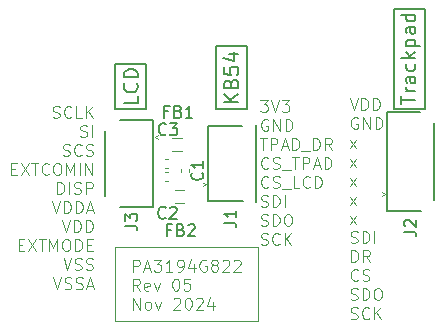
<source format=gbr>
%TF.GenerationSoftware,KiCad,Pcbnew,8.0.6*%
%TF.CreationDate,2024-11-15T14:11:30+01:00*%
%TF.ProjectId,PA3194G822_R05,50413331-3934-4473-9832-325f5230352e,3*%
%TF.SameCoordinates,Original*%
%TF.FileFunction,Legend,Top*%
%TF.FilePolarity,Positive*%
%FSLAX46Y46*%
G04 Gerber Fmt 4.6, Leading zero omitted, Abs format (unit mm)*
G04 Created by KiCad (PCBNEW 8.0.6) date 2024-11-15 14:11:30*
%MOMM*%
%LPD*%
G01*
G04 APERTURE LIST*
%ADD10C,0.200000*%
%ADD11C,0.100000*%
%ADD12C,0.150000*%
%ADD13C,0.120000*%
%ADD14C,0.152400*%
G04 APERTURE END LIST*
D10*
X137540000Y-86910000D02*
X140150000Y-86910000D01*
X140150000Y-95380000D01*
X137540000Y-95380000D01*
X137540000Y-86910000D01*
X113915000Y-91540000D02*
X116525000Y-91540000D01*
X116525000Y-95400000D01*
X113915000Y-95400000D01*
X113915000Y-91540000D01*
X122430000Y-90055000D02*
X125040000Y-90055000D01*
X125040000Y-95385000D01*
X122430000Y-95385000D01*
X122430000Y-90055000D01*
D11*
X113934000Y-107019000D02*
X125984000Y-107019000D01*
X125984000Y-113284000D01*
X113934000Y-113284000D01*
X113934000Y-107019000D01*
D10*
X115832742Y-94291279D02*
X115832742Y-94862707D01*
X115832742Y-94862707D02*
X114632742Y-94862707D01*
X115718457Y-93205564D02*
X115775600Y-93262707D01*
X115775600Y-93262707D02*
X115832742Y-93434135D01*
X115832742Y-93434135D02*
X115832742Y-93548421D01*
X115832742Y-93548421D02*
X115775600Y-93719850D01*
X115775600Y-93719850D02*
X115661314Y-93834135D01*
X115661314Y-93834135D02*
X115547028Y-93891278D01*
X115547028Y-93891278D02*
X115318457Y-93948421D01*
X115318457Y-93948421D02*
X115147028Y-93948421D01*
X115147028Y-93948421D02*
X114918457Y-93891278D01*
X114918457Y-93891278D02*
X114804171Y-93834135D01*
X114804171Y-93834135D02*
X114689885Y-93719850D01*
X114689885Y-93719850D02*
X114632742Y-93548421D01*
X114632742Y-93548421D02*
X114632742Y-93434135D01*
X114632742Y-93434135D02*
X114689885Y-93262707D01*
X114689885Y-93262707D02*
X114747028Y-93205564D01*
X115832742Y-92691278D02*
X114632742Y-92691278D01*
X114632742Y-92691278D02*
X114632742Y-92405564D01*
X114632742Y-92405564D02*
X114689885Y-92234135D01*
X114689885Y-92234135D02*
X114804171Y-92119850D01*
X114804171Y-92119850D02*
X114918457Y-92062707D01*
X114918457Y-92062707D02*
X115147028Y-92005564D01*
X115147028Y-92005564D02*
X115318457Y-92005564D01*
X115318457Y-92005564D02*
X115547028Y-92062707D01*
X115547028Y-92062707D02*
X115661314Y-92119850D01*
X115661314Y-92119850D02*
X115775600Y-92234135D01*
X115775600Y-92234135D02*
X115832742Y-92405564D01*
X115832742Y-92405564D02*
X115832742Y-92691278D01*
D11*
X126208646Y-94602811D02*
X126827693Y-94602811D01*
X126827693Y-94602811D02*
X126494360Y-94983763D01*
X126494360Y-94983763D02*
X126637217Y-94983763D01*
X126637217Y-94983763D02*
X126732455Y-95031382D01*
X126732455Y-95031382D02*
X126780074Y-95079001D01*
X126780074Y-95079001D02*
X126827693Y-95174239D01*
X126827693Y-95174239D02*
X126827693Y-95412334D01*
X126827693Y-95412334D02*
X126780074Y-95507572D01*
X126780074Y-95507572D02*
X126732455Y-95555192D01*
X126732455Y-95555192D02*
X126637217Y-95602811D01*
X126637217Y-95602811D02*
X126351503Y-95602811D01*
X126351503Y-95602811D02*
X126256265Y-95555192D01*
X126256265Y-95555192D02*
X126208646Y-95507572D01*
X127113408Y-94602811D02*
X127446741Y-95602811D01*
X127446741Y-95602811D02*
X127780074Y-94602811D01*
X128018170Y-94602811D02*
X128637217Y-94602811D01*
X128637217Y-94602811D02*
X128303884Y-94983763D01*
X128303884Y-94983763D02*
X128446741Y-94983763D01*
X128446741Y-94983763D02*
X128541979Y-95031382D01*
X128541979Y-95031382D02*
X128589598Y-95079001D01*
X128589598Y-95079001D02*
X128637217Y-95174239D01*
X128637217Y-95174239D02*
X128637217Y-95412334D01*
X128637217Y-95412334D02*
X128589598Y-95507572D01*
X128589598Y-95507572D02*
X128541979Y-95555192D01*
X128541979Y-95555192D02*
X128446741Y-95602811D01*
X128446741Y-95602811D02*
X128161027Y-95602811D01*
X128161027Y-95602811D02*
X128065789Y-95555192D01*
X128065789Y-95555192D02*
X128018170Y-95507572D01*
X126827693Y-96260374D02*
X126732455Y-96212755D01*
X126732455Y-96212755D02*
X126589598Y-96212755D01*
X126589598Y-96212755D02*
X126446741Y-96260374D01*
X126446741Y-96260374D02*
X126351503Y-96355612D01*
X126351503Y-96355612D02*
X126303884Y-96450850D01*
X126303884Y-96450850D02*
X126256265Y-96641326D01*
X126256265Y-96641326D02*
X126256265Y-96784183D01*
X126256265Y-96784183D02*
X126303884Y-96974659D01*
X126303884Y-96974659D02*
X126351503Y-97069897D01*
X126351503Y-97069897D02*
X126446741Y-97165136D01*
X126446741Y-97165136D02*
X126589598Y-97212755D01*
X126589598Y-97212755D02*
X126684836Y-97212755D01*
X126684836Y-97212755D02*
X126827693Y-97165136D01*
X126827693Y-97165136D02*
X126875312Y-97117516D01*
X126875312Y-97117516D02*
X126875312Y-96784183D01*
X126875312Y-96784183D02*
X126684836Y-96784183D01*
X127303884Y-97212755D02*
X127303884Y-96212755D01*
X127303884Y-96212755D02*
X127875312Y-97212755D01*
X127875312Y-97212755D02*
X127875312Y-96212755D01*
X128351503Y-97212755D02*
X128351503Y-96212755D01*
X128351503Y-96212755D02*
X128589598Y-96212755D01*
X128589598Y-96212755D02*
X128732455Y-96260374D01*
X128732455Y-96260374D02*
X128827693Y-96355612D01*
X128827693Y-96355612D02*
X128875312Y-96450850D01*
X128875312Y-96450850D02*
X128922931Y-96641326D01*
X128922931Y-96641326D02*
X128922931Y-96784183D01*
X128922931Y-96784183D02*
X128875312Y-96974659D01*
X128875312Y-96974659D02*
X128827693Y-97069897D01*
X128827693Y-97069897D02*
X128732455Y-97165136D01*
X128732455Y-97165136D02*
X128589598Y-97212755D01*
X128589598Y-97212755D02*
X128351503Y-97212755D01*
X126161027Y-97822699D02*
X126732455Y-97822699D01*
X126446741Y-98822699D02*
X126446741Y-97822699D01*
X127065789Y-98822699D02*
X127065789Y-97822699D01*
X127065789Y-97822699D02*
X127446741Y-97822699D01*
X127446741Y-97822699D02*
X127541979Y-97870318D01*
X127541979Y-97870318D02*
X127589598Y-97917937D01*
X127589598Y-97917937D02*
X127637217Y-98013175D01*
X127637217Y-98013175D02*
X127637217Y-98156032D01*
X127637217Y-98156032D02*
X127589598Y-98251270D01*
X127589598Y-98251270D02*
X127541979Y-98298889D01*
X127541979Y-98298889D02*
X127446741Y-98346508D01*
X127446741Y-98346508D02*
X127065789Y-98346508D01*
X128018170Y-98536984D02*
X128494360Y-98536984D01*
X127922932Y-98822699D02*
X128256265Y-97822699D01*
X128256265Y-97822699D02*
X128589598Y-98822699D01*
X128922932Y-98822699D02*
X128922932Y-97822699D01*
X128922932Y-97822699D02*
X129161027Y-97822699D01*
X129161027Y-97822699D02*
X129303884Y-97870318D01*
X129303884Y-97870318D02*
X129399122Y-97965556D01*
X129399122Y-97965556D02*
X129446741Y-98060794D01*
X129446741Y-98060794D02*
X129494360Y-98251270D01*
X129494360Y-98251270D02*
X129494360Y-98394127D01*
X129494360Y-98394127D02*
X129446741Y-98584603D01*
X129446741Y-98584603D02*
X129399122Y-98679841D01*
X129399122Y-98679841D02*
X129303884Y-98775080D01*
X129303884Y-98775080D02*
X129161027Y-98822699D01*
X129161027Y-98822699D02*
X128922932Y-98822699D01*
X129684837Y-98917937D02*
X130446741Y-98917937D01*
X130684837Y-98822699D02*
X130684837Y-97822699D01*
X130684837Y-97822699D02*
X130922932Y-97822699D01*
X130922932Y-97822699D02*
X131065789Y-97870318D01*
X131065789Y-97870318D02*
X131161027Y-97965556D01*
X131161027Y-97965556D02*
X131208646Y-98060794D01*
X131208646Y-98060794D02*
X131256265Y-98251270D01*
X131256265Y-98251270D02*
X131256265Y-98394127D01*
X131256265Y-98394127D02*
X131208646Y-98584603D01*
X131208646Y-98584603D02*
X131161027Y-98679841D01*
X131161027Y-98679841D02*
X131065789Y-98775080D01*
X131065789Y-98775080D02*
X130922932Y-98822699D01*
X130922932Y-98822699D02*
X130684837Y-98822699D01*
X132256265Y-98822699D02*
X131922932Y-98346508D01*
X131684837Y-98822699D02*
X131684837Y-97822699D01*
X131684837Y-97822699D02*
X132065789Y-97822699D01*
X132065789Y-97822699D02*
X132161027Y-97870318D01*
X132161027Y-97870318D02*
X132208646Y-97917937D01*
X132208646Y-97917937D02*
X132256265Y-98013175D01*
X132256265Y-98013175D02*
X132256265Y-98156032D01*
X132256265Y-98156032D02*
X132208646Y-98251270D01*
X132208646Y-98251270D02*
X132161027Y-98298889D01*
X132161027Y-98298889D02*
X132065789Y-98346508D01*
X132065789Y-98346508D02*
X131684837Y-98346508D01*
X126875312Y-100337404D02*
X126827693Y-100385024D01*
X126827693Y-100385024D02*
X126684836Y-100432643D01*
X126684836Y-100432643D02*
X126589598Y-100432643D01*
X126589598Y-100432643D02*
X126446741Y-100385024D01*
X126446741Y-100385024D02*
X126351503Y-100289785D01*
X126351503Y-100289785D02*
X126303884Y-100194547D01*
X126303884Y-100194547D02*
X126256265Y-100004071D01*
X126256265Y-100004071D02*
X126256265Y-99861214D01*
X126256265Y-99861214D02*
X126303884Y-99670738D01*
X126303884Y-99670738D02*
X126351503Y-99575500D01*
X126351503Y-99575500D02*
X126446741Y-99480262D01*
X126446741Y-99480262D02*
X126589598Y-99432643D01*
X126589598Y-99432643D02*
X126684836Y-99432643D01*
X126684836Y-99432643D02*
X126827693Y-99480262D01*
X126827693Y-99480262D02*
X126875312Y-99527881D01*
X127256265Y-100385024D02*
X127399122Y-100432643D01*
X127399122Y-100432643D02*
X127637217Y-100432643D01*
X127637217Y-100432643D02*
X127732455Y-100385024D01*
X127732455Y-100385024D02*
X127780074Y-100337404D01*
X127780074Y-100337404D02*
X127827693Y-100242166D01*
X127827693Y-100242166D02*
X127827693Y-100146928D01*
X127827693Y-100146928D02*
X127780074Y-100051690D01*
X127780074Y-100051690D02*
X127732455Y-100004071D01*
X127732455Y-100004071D02*
X127637217Y-99956452D01*
X127637217Y-99956452D02*
X127446741Y-99908833D01*
X127446741Y-99908833D02*
X127351503Y-99861214D01*
X127351503Y-99861214D02*
X127303884Y-99813595D01*
X127303884Y-99813595D02*
X127256265Y-99718357D01*
X127256265Y-99718357D02*
X127256265Y-99623119D01*
X127256265Y-99623119D02*
X127303884Y-99527881D01*
X127303884Y-99527881D02*
X127351503Y-99480262D01*
X127351503Y-99480262D02*
X127446741Y-99432643D01*
X127446741Y-99432643D02*
X127684836Y-99432643D01*
X127684836Y-99432643D02*
X127827693Y-99480262D01*
X128018170Y-100527881D02*
X128780074Y-100527881D01*
X128875313Y-99432643D02*
X129446741Y-99432643D01*
X129161027Y-100432643D02*
X129161027Y-99432643D01*
X129780075Y-100432643D02*
X129780075Y-99432643D01*
X129780075Y-99432643D02*
X130161027Y-99432643D01*
X130161027Y-99432643D02*
X130256265Y-99480262D01*
X130256265Y-99480262D02*
X130303884Y-99527881D01*
X130303884Y-99527881D02*
X130351503Y-99623119D01*
X130351503Y-99623119D02*
X130351503Y-99765976D01*
X130351503Y-99765976D02*
X130303884Y-99861214D01*
X130303884Y-99861214D02*
X130256265Y-99908833D01*
X130256265Y-99908833D02*
X130161027Y-99956452D01*
X130161027Y-99956452D02*
X129780075Y-99956452D01*
X130732456Y-100146928D02*
X131208646Y-100146928D01*
X130637218Y-100432643D02*
X130970551Y-99432643D01*
X130970551Y-99432643D02*
X131303884Y-100432643D01*
X131637218Y-100432643D02*
X131637218Y-99432643D01*
X131637218Y-99432643D02*
X131875313Y-99432643D01*
X131875313Y-99432643D02*
X132018170Y-99480262D01*
X132018170Y-99480262D02*
X132113408Y-99575500D01*
X132113408Y-99575500D02*
X132161027Y-99670738D01*
X132161027Y-99670738D02*
X132208646Y-99861214D01*
X132208646Y-99861214D02*
X132208646Y-100004071D01*
X132208646Y-100004071D02*
X132161027Y-100194547D01*
X132161027Y-100194547D02*
X132113408Y-100289785D01*
X132113408Y-100289785D02*
X132018170Y-100385024D01*
X132018170Y-100385024D02*
X131875313Y-100432643D01*
X131875313Y-100432643D02*
X131637218Y-100432643D01*
X126875312Y-101947348D02*
X126827693Y-101994968D01*
X126827693Y-101994968D02*
X126684836Y-102042587D01*
X126684836Y-102042587D02*
X126589598Y-102042587D01*
X126589598Y-102042587D02*
X126446741Y-101994968D01*
X126446741Y-101994968D02*
X126351503Y-101899729D01*
X126351503Y-101899729D02*
X126303884Y-101804491D01*
X126303884Y-101804491D02*
X126256265Y-101614015D01*
X126256265Y-101614015D02*
X126256265Y-101471158D01*
X126256265Y-101471158D02*
X126303884Y-101280682D01*
X126303884Y-101280682D02*
X126351503Y-101185444D01*
X126351503Y-101185444D02*
X126446741Y-101090206D01*
X126446741Y-101090206D02*
X126589598Y-101042587D01*
X126589598Y-101042587D02*
X126684836Y-101042587D01*
X126684836Y-101042587D02*
X126827693Y-101090206D01*
X126827693Y-101090206D02*
X126875312Y-101137825D01*
X127256265Y-101994968D02*
X127399122Y-102042587D01*
X127399122Y-102042587D02*
X127637217Y-102042587D01*
X127637217Y-102042587D02*
X127732455Y-101994968D01*
X127732455Y-101994968D02*
X127780074Y-101947348D01*
X127780074Y-101947348D02*
X127827693Y-101852110D01*
X127827693Y-101852110D02*
X127827693Y-101756872D01*
X127827693Y-101756872D02*
X127780074Y-101661634D01*
X127780074Y-101661634D02*
X127732455Y-101614015D01*
X127732455Y-101614015D02*
X127637217Y-101566396D01*
X127637217Y-101566396D02*
X127446741Y-101518777D01*
X127446741Y-101518777D02*
X127351503Y-101471158D01*
X127351503Y-101471158D02*
X127303884Y-101423539D01*
X127303884Y-101423539D02*
X127256265Y-101328301D01*
X127256265Y-101328301D02*
X127256265Y-101233063D01*
X127256265Y-101233063D02*
X127303884Y-101137825D01*
X127303884Y-101137825D02*
X127351503Y-101090206D01*
X127351503Y-101090206D02*
X127446741Y-101042587D01*
X127446741Y-101042587D02*
X127684836Y-101042587D01*
X127684836Y-101042587D02*
X127827693Y-101090206D01*
X128018170Y-102137825D02*
X128780074Y-102137825D01*
X129494360Y-102042587D02*
X129018170Y-102042587D01*
X129018170Y-102042587D02*
X129018170Y-101042587D01*
X130399122Y-101947348D02*
X130351503Y-101994968D01*
X130351503Y-101994968D02*
X130208646Y-102042587D01*
X130208646Y-102042587D02*
X130113408Y-102042587D01*
X130113408Y-102042587D02*
X129970551Y-101994968D01*
X129970551Y-101994968D02*
X129875313Y-101899729D01*
X129875313Y-101899729D02*
X129827694Y-101804491D01*
X129827694Y-101804491D02*
X129780075Y-101614015D01*
X129780075Y-101614015D02*
X129780075Y-101471158D01*
X129780075Y-101471158D02*
X129827694Y-101280682D01*
X129827694Y-101280682D02*
X129875313Y-101185444D01*
X129875313Y-101185444D02*
X129970551Y-101090206D01*
X129970551Y-101090206D02*
X130113408Y-101042587D01*
X130113408Y-101042587D02*
X130208646Y-101042587D01*
X130208646Y-101042587D02*
X130351503Y-101090206D01*
X130351503Y-101090206D02*
X130399122Y-101137825D01*
X130827694Y-102042587D02*
X130827694Y-101042587D01*
X130827694Y-101042587D02*
X131065789Y-101042587D01*
X131065789Y-101042587D02*
X131208646Y-101090206D01*
X131208646Y-101090206D02*
X131303884Y-101185444D01*
X131303884Y-101185444D02*
X131351503Y-101280682D01*
X131351503Y-101280682D02*
X131399122Y-101471158D01*
X131399122Y-101471158D02*
X131399122Y-101614015D01*
X131399122Y-101614015D02*
X131351503Y-101804491D01*
X131351503Y-101804491D02*
X131303884Y-101899729D01*
X131303884Y-101899729D02*
X131208646Y-101994968D01*
X131208646Y-101994968D02*
X131065789Y-102042587D01*
X131065789Y-102042587D02*
X130827694Y-102042587D01*
X126256265Y-103604912D02*
X126399122Y-103652531D01*
X126399122Y-103652531D02*
X126637217Y-103652531D01*
X126637217Y-103652531D02*
X126732455Y-103604912D01*
X126732455Y-103604912D02*
X126780074Y-103557292D01*
X126780074Y-103557292D02*
X126827693Y-103462054D01*
X126827693Y-103462054D02*
X126827693Y-103366816D01*
X126827693Y-103366816D02*
X126780074Y-103271578D01*
X126780074Y-103271578D02*
X126732455Y-103223959D01*
X126732455Y-103223959D02*
X126637217Y-103176340D01*
X126637217Y-103176340D02*
X126446741Y-103128721D01*
X126446741Y-103128721D02*
X126351503Y-103081102D01*
X126351503Y-103081102D02*
X126303884Y-103033483D01*
X126303884Y-103033483D02*
X126256265Y-102938245D01*
X126256265Y-102938245D02*
X126256265Y-102843007D01*
X126256265Y-102843007D02*
X126303884Y-102747769D01*
X126303884Y-102747769D02*
X126351503Y-102700150D01*
X126351503Y-102700150D02*
X126446741Y-102652531D01*
X126446741Y-102652531D02*
X126684836Y-102652531D01*
X126684836Y-102652531D02*
X126827693Y-102700150D01*
X127256265Y-103652531D02*
X127256265Y-102652531D01*
X127256265Y-102652531D02*
X127494360Y-102652531D01*
X127494360Y-102652531D02*
X127637217Y-102700150D01*
X127637217Y-102700150D02*
X127732455Y-102795388D01*
X127732455Y-102795388D02*
X127780074Y-102890626D01*
X127780074Y-102890626D02*
X127827693Y-103081102D01*
X127827693Y-103081102D02*
X127827693Y-103223959D01*
X127827693Y-103223959D02*
X127780074Y-103414435D01*
X127780074Y-103414435D02*
X127732455Y-103509673D01*
X127732455Y-103509673D02*
X127637217Y-103604912D01*
X127637217Y-103604912D02*
X127494360Y-103652531D01*
X127494360Y-103652531D02*
X127256265Y-103652531D01*
X128256265Y-103652531D02*
X128256265Y-102652531D01*
X126256265Y-105214856D02*
X126399122Y-105262475D01*
X126399122Y-105262475D02*
X126637217Y-105262475D01*
X126637217Y-105262475D02*
X126732455Y-105214856D01*
X126732455Y-105214856D02*
X126780074Y-105167236D01*
X126780074Y-105167236D02*
X126827693Y-105071998D01*
X126827693Y-105071998D02*
X126827693Y-104976760D01*
X126827693Y-104976760D02*
X126780074Y-104881522D01*
X126780074Y-104881522D02*
X126732455Y-104833903D01*
X126732455Y-104833903D02*
X126637217Y-104786284D01*
X126637217Y-104786284D02*
X126446741Y-104738665D01*
X126446741Y-104738665D02*
X126351503Y-104691046D01*
X126351503Y-104691046D02*
X126303884Y-104643427D01*
X126303884Y-104643427D02*
X126256265Y-104548189D01*
X126256265Y-104548189D02*
X126256265Y-104452951D01*
X126256265Y-104452951D02*
X126303884Y-104357713D01*
X126303884Y-104357713D02*
X126351503Y-104310094D01*
X126351503Y-104310094D02*
X126446741Y-104262475D01*
X126446741Y-104262475D02*
X126684836Y-104262475D01*
X126684836Y-104262475D02*
X126827693Y-104310094D01*
X127256265Y-105262475D02*
X127256265Y-104262475D01*
X127256265Y-104262475D02*
X127494360Y-104262475D01*
X127494360Y-104262475D02*
X127637217Y-104310094D01*
X127637217Y-104310094D02*
X127732455Y-104405332D01*
X127732455Y-104405332D02*
X127780074Y-104500570D01*
X127780074Y-104500570D02*
X127827693Y-104691046D01*
X127827693Y-104691046D02*
X127827693Y-104833903D01*
X127827693Y-104833903D02*
X127780074Y-105024379D01*
X127780074Y-105024379D02*
X127732455Y-105119617D01*
X127732455Y-105119617D02*
X127637217Y-105214856D01*
X127637217Y-105214856D02*
X127494360Y-105262475D01*
X127494360Y-105262475D02*
X127256265Y-105262475D01*
X128446741Y-104262475D02*
X128637217Y-104262475D01*
X128637217Y-104262475D02*
X128732455Y-104310094D01*
X128732455Y-104310094D02*
X128827693Y-104405332D01*
X128827693Y-104405332D02*
X128875312Y-104595808D01*
X128875312Y-104595808D02*
X128875312Y-104929141D01*
X128875312Y-104929141D02*
X128827693Y-105119617D01*
X128827693Y-105119617D02*
X128732455Y-105214856D01*
X128732455Y-105214856D02*
X128637217Y-105262475D01*
X128637217Y-105262475D02*
X128446741Y-105262475D01*
X128446741Y-105262475D02*
X128351503Y-105214856D01*
X128351503Y-105214856D02*
X128256265Y-105119617D01*
X128256265Y-105119617D02*
X128208646Y-104929141D01*
X128208646Y-104929141D02*
X128208646Y-104595808D01*
X128208646Y-104595808D02*
X128256265Y-104405332D01*
X128256265Y-104405332D02*
X128351503Y-104310094D01*
X128351503Y-104310094D02*
X128446741Y-104262475D01*
X126256265Y-106824800D02*
X126399122Y-106872419D01*
X126399122Y-106872419D02*
X126637217Y-106872419D01*
X126637217Y-106872419D02*
X126732455Y-106824800D01*
X126732455Y-106824800D02*
X126780074Y-106777180D01*
X126780074Y-106777180D02*
X126827693Y-106681942D01*
X126827693Y-106681942D02*
X126827693Y-106586704D01*
X126827693Y-106586704D02*
X126780074Y-106491466D01*
X126780074Y-106491466D02*
X126732455Y-106443847D01*
X126732455Y-106443847D02*
X126637217Y-106396228D01*
X126637217Y-106396228D02*
X126446741Y-106348609D01*
X126446741Y-106348609D02*
X126351503Y-106300990D01*
X126351503Y-106300990D02*
X126303884Y-106253371D01*
X126303884Y-106253371D02*
X126256265Y-106158133D01*
X126256265Y-106158133D02*
X126256265Y-106062895D01*
X126256265Y-106062895D02*
X126303884Y-105967657D01*
X126303884Y-105967657D02*
X126351503Y-105920038D01*
X126351503Y-105920038D02*
X126446741Y-105872419D01*
X126446741Y-105872419D02*
X126684836Y-105872419D01*
X126684836Y-105872419D02*
X126827693Y-105920038D01*
X127827693Y-106777180D02*
X127780074Y-106824800D01*
X127780074Y-106824800D02*
X127637217Y-106872419D01*
X127637217Y-106872419D02*
X127541979Y-106872419D01*
X127541979Y-106872419D02*
X127399122Y-106824800D01*
X127399122Y-106824800D02*
X127303884Y-106729561D01*
X127303884Y-106729561D02*
X127256265Y-106634323D01*
X127256265Y-106634323D02*
X127208646Y-106443847D01*
X127208646Y-106443847D02*
X127208646Y-106300990D01*
X127208646Y-106300990D02*
X127256265Y-106110514D01*
X127256265Y-106110514D02*
X127303884Y-106015276D01*
X127303884Y-106015276D02*
X127399122Y-105920038D01*
X127399122Y-105920038D02*
X127541979Y-105872419D01*
X127541979Y-105872419D02*
X127637217Y-105872419D01*
X127637217Y-105872419D02*
X127780074Y-105920038D01*
X127780074Y-105920038D02*
X127827693Y-105967657D01*
X128256265Y-106872419D02*
X128256265Y-105872419D01*
X128827693Y-106872419D02*
X128399122Y-106300990D01*
X128827693Y-105872419D02*
X128256265Y-106443847D01*
X115427884Y-109134031D02*
X115427884Y-108134031D01*
X115427884Y-108134031D02*
X115808836Y-108134031D01*
X115808836Y-108134031D02*
X115904074Y-108181650D01*
X115904074Y-108181650D02*
X115951693Y-108229269D01*
X115951693Y-108229269D02*
X115999312Y-108324507D01*
X115999312Y-108324507D02*
X115999312Y-108467364D01*
X115999312Y-108467364D02*
X115951693Y-108562602D01*
X115951693Y-108562602D02*
X115904074Y-108610221D01*
X115904074Y-108610221D02*
X115808836Y-108657840D01*
X115808836Y-108657840D02*
X115427884Y-108657840D01*
X116380265Y-108848316D02*
X116856455Y-108848316D01*
X116285027Y-109134031D02*
X116618360Y-108134031D01*
X116618360Y-108134031D02*
X116951693Y-109134031D01*
X117189789Y-108134031D02*
X117808836Y-108134031D01*
X117808836Y-108134031D02*
X117475503Y-108514983D01*
X117475503Y-108514983D02*
X117618360Y-108514983D01*
X117618360Y-108514983D02*
X117713598Y-108562602D01*
X117713598Y-108562602D02*
X117761217Y-108610221D01*
X117761217Y-108610221D02*
X117808836Y-108705459D01*
X117808836Y-108705459D02*
X117808836Y-108943554D01*
X117808836Y-108943554D02*
X117761217Y-109038792D01*
X117761217Y-109038792D02*
X117713598Y-109086412D01*
X117713598Y-109086412D02*
X117618360Y-109134031D01*
X117618360Y-109134031D02*
X117332646Y-109134031D01*
X117332646Y-109134031D02*
X117237408Y-109086412D01*
X117237408Y-109086412D02*
X117189789Y-109038792D01*
X118761217Y-109134031D02*
X118189789Y-109134031D01*
X118475503Y-109134031D02*
X118475503Y-108134031D01*
X118475503Y-108134031D02*
X118380265Y-108276888D01*
X118380265Y-108276888D02*
X118285027Y-108372126D01*
X118285027Y-108372126D02*
X118189789Y-108419745D01*
X119237408Y-109134031D02*
X119427884Y-109134031D01*
X119427884Y-109134031D02*
X119523122Y-109086412D01*
X119523122Y-109086412D02*
X119570741Y-109038792D01*
X119570741Y-109038792D02*
X119665979Y-108895935D01*
X119665979Y-108895935D02*
X119713598Y-108705459D01*
X119713598Y-108705459D02*
X119713598Y-108324507D01*
X119713598Y-108324507D02*
X119665979Y-108229269D01*
X119665979Y-108229269D02*
X119618360Y-108181650D01*
X119618360Y-108181650D02*
X119523122Y-108134031D01*
X119523122Y-108134031D02*
X119332646Y-108134031D01*
X119332646Y-108134031D02*
X119237408Y-108181650D01*
X119237408Y-108181650D02*
X119189789Y-108229269D01*
X119189789Y-108229269D02*
X119142170Y-108324507D01*
X119142170Y-108324507D02*
X119142170Y-108562602D01*
X119142170Y-108562602D02*
X119189789Y-108657840D01*
X119189789Y-108657840D02*
X119237408Y-108705459D01*
X119237408Y-108705459D02*
X119332646Y-108753078D01*
X119332646Y-108753078D02*
X119523122Y-108753078D01*
X119523122Y-108753078D02*
X119618360Y-108705459D01*
X119618360Y-108705459D02*
X119665979Y-108657840D01*
X119665979Y-108657840D02*
X119713598Y-108562602D01*
X120570741Y-108467364D02*
X120570741Y-109134031D01*
X120332646Y-108086412D02*
X120094551Y-108800697D01*
X120094551Y-108800697D02*
X120713598Y-108800697D01*
X121618360Y-108181650D02*
X121523122Y-108134031D01*
X121523122Y-108134031D02*
X121380265Y-108134031D01*
X121380265Y-108134031D02*
X121237408Y-108181650D01*
X121237408Y-108181650D02*
X121142170Y-108276888D01*
X121142170Y-108276888D02*
X121094551Y-108372126D01*
X121094551Y-108372126D02*
X121046932Y-108562602D01*
X121046932Y-108562602D02*
X121046932Y-108705459D01*
X121046932Y-108705459D02*
X121094551Y-108895935D01*
X121094551Y-108895935D02*
X121142170Y-108991173D01*
X121142170Y-108991173D02*
X121237408Y-109086412D01*
X121237408Y-109086412D02*
X121380265Y-109134031D01*
X121380265Y-109134031D02*
X121475503Y-109134031D01*
X121475503Y-109134031D02*
X121618360Y-109086412D01*
X121618360Y-109086412D02*
X121665979Y-109038792D01*
X121665979Y-109038792D02*
X121665979Y-108705459D01*
X121665979Y-108705459D02*
X121475503Y-108705459D01*
X122237408Y-108562602D02*
X122142170Y-108514983D01*
X122142170Y-108514983D02*
X122094551Y-108467364D01*
X122094551Y-108467364D02*
X122046932Y-108372126D01*
X122046932Y-108372126D02*
X122046932Y-108324507D01*
X122046932Y-108324507D02*
X122094551Y-108229269D01*
X122094551Y-108229269D02*
X122142170Y-108181650D01*
X122142170Y-108181650D02*
X122237408Y-108134031D01*
X122237408Y-108134031D02*
X122427884Y-108134031D01*
X122427884Y-108134031D02*
X122523122Y-108181650D01*
X122523122Y-108181650D02*
X122570741Y-108229269D01*
X122570741Y-108229269D02*
X122618360Y-108324507D01*
X122618360Y-108324507D02*
X122618360Y-108372126D01*
X122618360Y-108372126D02*
X122570741Y-108467364D01*
X122570741Y-108467364D02*
X122523122Y-108514983D01*
X122523122Y-108514983D02*
X122427884Y-108562602D01*
X122427884Y-108562602D02*
X122237408Y-108562602D01*
X122237408Y-108562602D02*
X122142170Y-108610221D01*
X122142170Y-108610221D02*
X122094551Y-108657840D01*
X122094551Y-108657840D02*
X122046932Y-108753078D01*
X122046932Y-108753078D02*
X122046932Y-108943554D01*
X122046932Y-108943554D02*
X122094551Y-109038792D01*
X122094551Y-109038792D02*
X122142170Y-109086412D01*
X122142170Y-109086412D02*
X122237408Y-109134031D01*
X122237408Y-109134031D02*
X122427884Y-109134031D01*
X122427884Y-109134031D02*
X122523122Y-109086412D01*
X122523122Y-109086412D02*
X122570741Y-109038792D01*
X122570741Y-109038792D02*
X122618360Y-108943554D01*
X122618360Y-108943554D02*
X122618360Y-108753078D01*
X122618360Y-108753078D02*
X122570741Y-108657840D01*
X122570741Y-108657840D02*
X122523122Y-108610221D01*
X122523122Y-108610221D02*
X122427884Y-108562602D01*
X122999313Y-108229269D02*
X123046932Y-108181650D01*
X123046932Y-108181650D02*
X123142170Y-108134031D01*
X123142170Y-108134031D02*
X123380265Y-108134031D01*
X123380265Y-108134031D02*
X123475503Y-108181650D01*
X123475503Y-108181650D02*
X123523122Y-108229269D01*
X123523122Y-108229269D02*
X123570741Y-108324507D01*
X123570741Y-108324507D02*
X123570741Y-108419745D01*
X123570741Y-108419745D02*
X123523122Y-108562602D01*
X123523122Y-108562602D02*
X122951694Y-109134031D01*
X122951694Y-109134031D02*
X123570741Y-109134031D01*
X123951694Y-108229269D02*
X123999313Y-108181650D01*
X123999313Y-108181650D02*
X124094551Y-108134031D01*
X124094551Y-108134031D02*
X124332646Y-108134031D01*
X124332646Y-108134031D02*
X124427884Y-108181650D01*
X124427884Y-108181650D02*
X124475503Y-108229269D01*
X124475503Y-108229269D02*
X124523122Y-108324507D01*
X124523122Y-108324507D02*
X124523122Y-108419745D01*
X124523122Y-108419745D02*
X124475503Y-108562602D01*
X124475503Y-108562602D02*
X123904075Y-109134031D01*
X123904075Y-109134031D02*
X124523122Y-109134031D01*
X115999312Y-110743975D02*
X115665979Y-110267784D01*
X115427884Y-110743975D02*
X115427884Y-109743975D01*
X115427884Y-109743975D02*
X115808836Y-109743975D01*
X115808836Y-109743975D02*
X115904074Y-109791594D01*
X115904074Y-109791594D02*
X115951693Y-109839213D01*
X115951693Y-109839213D02*
X115999312Y-109934451D01*
X115999312Y-109934451D02*
X115999312Y-110077308D01*
X115999312Y-110077308D02*
X115951693Y-110172546D01*
X115951693Y-110172546D02*
X115904074Y-110220165D01*
X115904074Y-110220165D02*
X115808836Y-110267784D01*
X115808836Y-110267784D02*
X115427884Y-110267784D01*
X116808836Y-110696356D02*
X116713598Y-110743975D01*
X116713598Y-110743975D02*
X116523122Y-110743975D01*
X116523122Y-110743975D02*
X116427884Y-110696356D01*
X116427884Y-110696356D02*
X116380265Y-110601117D01*
X116380265Y-110601117D02*
X116380265Y-110220165D01*
X116380265Y-110220165D02*
X116427884Y-110124927D01*
X116427884Y-110124927D02*
X116523122Y-110077308D01*
X116523122Y-110077308D02*
X116713598Y-110077308D01*
X116713598Y-110077308D02*
X116808836Y-110124927D01*
X116808836Y-110124927D02*
X116856455Y-110220165D01*
X116856455Y-110220165D02*
X116856455Y-110315403D01*
X116856455Y-110315403D02*
X116380265Y-110410641D01*
X117189789Y-110077308D02*
X117427884Y-110743975D01*
X117427884Y-110743975D02*
X117665979Y-110077308D01*
X118999313Y-109743975D02*
X119094551Y-109743975D01*
X119094551Y-109743975D02*
X119189789Y-109791594D01*
X119189789Y-109791594D02*
X119237408Y-109839213D01*
X119237408Y-109839213D02*
X119285027Y-109934451D01*
X119285027Y-109934451D02*
X119332646Y-110124927D01*
X119332646Y-110124927D02*
X119332646Y-110363022D01*
X119332646Y-110363022D02*
X119285027Y-110553498D01*
X119285027Y-110553498D02*
X119237408Y-110648736D01*
X119237408Y-110648736D02*
X119189789Y-110696356D01*
X119189789Y-110696356D02*
X119094551Y-110743975D01*
X119094551Y-110743975D02*
X118999313Y-110743975D01*
X118999313Y-110743975D02*
X118904075Y-110696356D01*
X118904075Y-110696356D02*
X118856456Y-110648736D01*
X118856456Y-110648736D02*
X118808837Y-110553498D01*
X118808837Y-110553498D02*
X118761218Y-110363022D01*
X118761218Y-110363022D02*
X118761218Y-110124927D01*
X118761218Y-110124927D02*
X118808837Y-109934451D01*
X118808837Y-109934451D02*
X118856456Y-109839213D01*
X118856456Y-109839213D02*
X118904075Y-109791594D01*
X118904075Y-109791594D02*
X118999313Y-109743975D01*
X120237408Y-109743975D02*
X119761218Y-109743975D01*
X119761218Y-109743975D02*
X119713599Y-110220165D01*
X119713599Y-110220165D02*
X119761218Y-110172546D01*
X119761218Y-110172546D02*
X119856456Y-110124927D01*
X119856456Y-110124927D02*
X120094551Y-110124927D01*
X120094551Y-110124927D02*
X120189789Y-110172546D01*
X120189789Y-110172546D02*
X120237408Y-110220165D01*
X120237408Y-110220165D02*
X120285027Y-110315403D01*
X120285027Y-110315403D02*
X120285027Y-110553498D01*
X120285027Y-110553498D02*
X120237408Y-110648736D01*
X120237408Y-110648736D02*
X120189789Y-110696356D01*
X120189789Y-110696356D02*
X120094551Y-110743975D01*
X120094551Y-110743975D02*
X119856456Y-110743975D01*
X119856456Y-110743975D02*
X119761218Y-110696356D01*
X119761218Y-110696356D02*
X119713599Y-110648736D01*
X115427884Y-112353919D02*
X115427884Y-111353919D01*
X115427884Y-111353919D02*
X115999312Y-112353919D01*
X115999312Y-112353919D02*
X115999312Y-111353919D01*
X116618360Y-112353919D02*
X116523122Y-112306300D01*
X116523122Y-112306300D02*
X116475503Y-112258680D01*
X116475503Y-112258680D02*
X116427884Y-112163442D01*
X116427884Y-112163442D02*
X116427884Y-111877728D01*
X116427884Y-111877728D02*
X116475503Y-111782490D01*
X116475503Y-111782490D02*
X116523122Y-111734871D01*
X116523122Y-111734871D02*
X116618360Y-111687252D01*
X116618360Y-111687252D02*
X116761217Y-111687252D01*
X116761217Y-111687252D02*
X116856455Y-111734871D01*
X116856455Y-111734871D02*
X116904074Y-111782490D01*
X116904074Y-111782490D02*
X116951693Y-111877728D01*
X116951693Y-111877728D02*
X116951693Y-112163442D01*
X116951693Y-112163442D02*
X116904074Y-112258680D01*
X116904074Y-112258680D02*
X116856455Y-112306300D01*
X116856455Y-112306300D02*
X116761217Y-112353919D01*
X116761217Y-112353919D02*
X116618360Y-112353919D01*
X117285027Y-111687252D02*
X117523122Y-112353919D01*
X117523122Y-112353919D02*
X117761217Y-111687252D01*
X118856456Y-111449157D02*
X118904075Y-111401538D01*
X118904075Y-111401538D02*
X118999313Y-111353919D01*
X118999313Y-111353919D02*
X119237408Y-111353919D01*
X119237408Y-111353919D02*
X119332646Y-111401538D01*
X119332646Y-111401538D02*
X119380265Y-111449157D01*
X119380265Y-111449157D02*
X119427884Y-111544395D01*
X119427884Y-111544395D02*
X119427884Y-111639633D01*
X119427884Y-111639633D02*
X119380265Y-111782490D01*
X119380265Y-111782490D02*
X118808837Y-112353919D01*
X118808837Y-112353919D02*
X119427884Y-112353919D01*
X120046932Y-111353919D02*
X120142170Y-111353919D01*
X120142170Y-111353919D02*
X120237408Y-111401538D01*
X120237408Y-111401538D02*
X120285027Y-111449157D01*
X120285027Y-111449157D02*
X120332646Y-111544395D01*
X120332646Y-111544395D02*
X120380265Y-111734871D01*
X120380265Y-111734871D02*
X120380265Y-111972966D01*
X120380265Y-111972966D02*
X120332646Y-112163442D01*
X120332646Y-112163442D02*
X120285027Y-112258680D01*
X120285027Y-112258680D02*
X120237408Y-112306300D01*
X120237408Y-112306300D02*
X120142170Y-112353919D01*
X120142170Y-112353919D02*
X120046932Y-112353919D01*
X120046932Y-112353919D02*
X119951694Y-112306300D01*
X119951694Y-112306300D02*
X119904075Y-112258680D01*
X119904075Y-112258680D02*
X119856456Y-112163442D01*
X119856456Y-112163442D02*
X119808837Y-111972966D01*
X119808837Y-111972966D02*
X119808837Y-111734871D01*
X119808837Y-111734871D02*
X119856456Y-111544395D01*
X119856456Y-111544395D02*
X119904075Y-111449157D01*
X119904075Y-111449157D02*
X119951694Y-111401538D01*
X119951694Y-111401538D02*
X120046932Y-111353919D01*
X120761218Y-111449157D02*
X120808837Y-111401538D01*
X120808837Y-111401538D02*
X120904075Y-111353919D01*
X120904075Y-111353919D02*
X121142170Y-111353919D01*
X121142170Y-111353919D02*
X121237408Y-111401538D01*
X121237408Y-111401538D02*
X121285027Y-111449157D01*
X121285027Y-111449157D02*
X121332646Y-111544395D01*
X121332646Y-111544395D02*
X121332646Y-111639633D01*
X121332646Y-111639633D02*
X121285027Y-111782490D01*
X121285027Y-111782490D02*
X120713599Y-112353919D01*
X120713599Y-112353919D02*
X121332646Y-112353919D01*
X122189789Y-111687252D02*
X122189789Y-112353919D01*
X121951694Y-111306300D02*
X121713599Y-112020585D01*
X121713599Y-112020585D02*
X122332646Y-112020585D01*
X133765027Y-94447035D02*
X134098360Y-95447035D01*
X134098360Y-95447035D02*
X134431693Y-94447035D01*
X134765027Y-95447035D02*
X134765027Y-94447035D01*
X134765027Y-94447035D02*
X135003122Y-94447035D01*
X135003122Y-94447035D02*
X135145979Y-94494654D01*
X135145979Y-94494654D02*
X135241217Y-94589892D01*
X135241217Y-94589892D02*
X135288836Y-94685130D01*
X135288836Y-94685130D02*
X135336455Y-94875606D01*
X135336455Y-94875606D02*
X135336455Y-95018463D01*
X135336455Y-95018463D02*
X135288836Y-95208939D01*
X135288836Y-95208939D02*
X135241217Y-95304177D01*
X135241217Y-95304177D02*
X135145979Y-95399416D01*
X135145979Y-95399416D02*
X135003122Y-95447035D01*
X135003122Y-95447035D02*
X134765027Y-95447035D01*
X135765027Y-95447035D02*
X135765027Y-94447035D01*
X135765027Y-94447035D02*
X136003122Y-94447035D01*
X136003122Y-94447035D02*
X136145979Y-94494654D01*
X136145979Y-94494654D02*
X136241217Y-94589892D01*
X136241217Y-94589892D02*
X136288836Y-94685130D01*
X136288836Y-94685130D02*
X136336455Y-94875606D01*
X136336455Y-94875606D02*
X136336455Y-95018463D01*
X136336455Y-95018463D02*
X136288836Y-95208939D01*
X136288836Y-95208939D02*
X136241217Y-95304177D01*
X136241217Y-95304177D02*
X136145979Y-95399416D01*
X136145979Y-95399416D02*
X136003122Y-95447035D01*
X136003122Y-95447035D02*
X135765027Y-95447035D01*
X134431693Y-96104598D02*
X134336455Y-96056979D01*
X134336455Y-96056979D02*
X134193598Y-96056979D01*
X134193598Y-96056979D02*
X134050741Y-96104598D01*
X134050741Y-96104598D02*
X133955503Y-96199836D01*
X133955503Y-96199836D02*
X133907884Y-96295074D01*
X133907884Y-96295074D02*
X133860265Y-96485550D01*
X133860265Y-96485550D02*
X133860265Y-96628407D01*
X133860265Y-96628407D02*
X133907884Y-96818883D01*
X133907884Y-96818883D02*
X133955503Y-96914121D01*
X133955503Y-96914121D02*
X134050741Y-97009360D01*
X134050741Y-97009360D02*
X134193598Y-97056979D01*
X134193598Y-97056979D02*
X134288836Y-97056979D01*
X134288836Y-97056979D02*
X134431693Y-97009360D01*
X134431693Y-97009360D02*
X134479312Y-96961740D01*
X134479312Y-96961740D02*
X134479312Y-96628407D01*
X134479312Y-96628407D02*
X134288836Y-96628407D01*
X134907884Y-97056979D02*
X134907884Y-96056979D01*
X134907884Y-96056979D02*
X135479312Y-97056979D01*
X135479312Y-97056979D02*
X135479312Y-96056979D01*
X135955503Y-97056979D02*
X135955503Y-96056979D01*
X135955503Y-96056979D02*
X136193598Y-96056979D01*
X136193598Y-96056979D02*
X136336455Y-96104598D01*
X136336455Y-96104598D02*
X136431693Y-96199836D01*
X136431693Y-96199836D02*
X136479312Y-96295074D01*
X136479312Y-96295074D02*
X136526931Y-96485550D01*
X136526931Y-96485550D02*
X136526931Y-96628407D01*
X136526931Y-96628407D02*
X136479312Y-96818883D01*
X136479312Y-96818883D02*
X136431693Y-96914121D01*
X136431693Y-96914121D02*
X136336455Y-97009360D01*
X136336455Y-97009360D02*
X136193598Y-97056979D01*
X136193598Y-97056979D02*
X135955503Y-97056979D01*
X133812646Y-98666923D02*
X134336455Y-98000256D01*
X133812646Y-98000256D02*
X134336455Y-98666923D01*
X133812646Y-100276867D02*
X134336455Y-99610200D01*
X133812646Y-99610200D02*
X134336455Y-100276867D01*
X133812646Y-101886811D02*
X134336455Y-101220144D01*
X133812646Y-101220144D02*
X134336455Y-101886811D01*
X133812646Y-103496755D02*
X134336455Y-102830088D01*
X133812646Y-102830088D02*
X134336455Y-103496755D01*
X133812646Y-105106699D02*
X134336455Y-104440032D01*
X133812646Y-104440032D02*
X134336455Y-105106699D01*
X133860265Y-106669024D02*
X134003122Y-106716643D01*
X134003122Y-106716643D02*
X134241217Y-106716643D01*
X134241217Y-106716643D02*
X134336455Y-106669024D01*
X134336455Y-106669024D02*
X134384074Y-106621404D01*
X134384074Y-106621404D02*
X134431693Y-106526166D01*
X134431693Y-106526166D02*
X134431693Y-106430928D01*
X134431693Y-106430928D02*
X134384074Y-106335690D01*
X134384074Y-106335690D02*
X134336455Y-106288071D01*
X134336455Y-106288071D02*
X134241217Y-106240452D01*
X134241217Y-106240452D02*
X134050741Y-106192833D01*
X134050741Y-106192833D02*
X133955503Y-106145214D01*
X133955503Y-106145214D02*
X133907884Y-106097595D01*
X133907884Y-106097595D02*
X133860265Y-106002357D01*
X133860265Y-106002357D02*
X133860265Y-105907119D01*
X133860265Y-105907119D02*
X133907884Y-105811881D01*
X133907884Y-105811881D02*
X133955503Y-105764262D01*
X133955503Y-105764262D02*
X134050741Y-105716643D01*
X134050741Y-105716643D02*
X134288836Y-105716643D01*
X134288836Y-105716643D02*
X134431693Y-105764262D01*
X134860265Y-106716643D02*
X134860265Y-105716643D01*
X134860265Y-105716643D02*
X135098360Y-105716643D01*
X135098360Y-105716643D02*
X135241217Y-105764262D01*
X135241217Y-105764262D02*
X135336455Y-105859500D01*
X135336455Y-105859500D02*
X135384074Y-105954738D01*
X135384074Y-105954738D02*
X135431693Y-106145214D01*
X135431693Y-106145214D02*
X135431693Y-106288071D01*
X135431693Y-106288071D02*
X135384074Y-106478547D01*
X135384074Y-106478547D02*
X135336455Y-106573785D01*
X135336455Y-106573785D02*
X135241217Y-106669024D01*
X135241217Y-106669024D02*
X135098360Y-106716643D01*
X135098360Y-106716643D02*
X134860265Y-106716643D01*
X135860265Y-106716643D02*
X135860265Y-105716643D01*
X133907884Y-108326587D02*
X133907884Y-107326587D01*
X133907884Y-107326587D02*
X134145979Y-107326587D01*
X134145979Y-107326587D02*
X134288836Y-107374206D01*
X134288836Y-107374206D02*
X134384074Y-107469444D01*
X134384074Y-107469444D02*
X134431693Y-107564682D01*
X134431693Y-107564682D02*
X134479312Y-107755158D01*
X134479312Y-107755158D02*
X134479312Y-107898015D01*
X134479312Y-107898015D02*
X134431693Y-108088491D01*
X134431693Y-108088491D02*
X134384074Y-108183729D01*
X134384074Y-108183729D02*
X134288836Y-108278968D01*
X134288836Y-108278968D02*
X134145979Y-108326587D01*
X134145979Y-108326587D02*
X133907884Y-108326587D01*
X135479312Y-108326587D02*
X135145979Y-107850396D01*
X134907884Y-108326587D02*
X134907884Y-107326587D01*
X134907884Y-107326587D02*
X135288836Y-107326587D01*
X135288836Y-107326587D02*
X135384074Y-107374206D01*
X135384074Y-107374206D02*
X135431693Y-107421825D01*
X135431693Y-107421825D02*
X135479312Y-107517063D01*
X135479312Y-107517063D02*
X135479312Y-107659920D01*
X135479312Y-107659920D02*
X135431693Y-107755158D01*
X135431693Y-107755158D02*
X135384074Y-107802777D01*
X135384074Y-107802777D02*
X135288836Y-107850396D01*
X135288836Y-107850396D02*
X134907884Y-107850396D01*
X134479312Y-109841292D02*
X134431693Y-109888912D01*
X134431693Y-109888912D02*
X134288836Y-109936531D01*
X134288836Y-109936531D02*
X134193598Y-109936531D01*
X134193598Y-109936531D02*
X134050741Y-109888912D01*
X134050741Y-109888912D02*
X133955503Y-109793673D01*
X133955503Y-109793673D02*
X133907884Y-109698435D01*
X133907884Y-109698435D02*
X133860265Y-109507959D01*
X133860265Y-109507959D02*
X133860265Y-109365102D01*
X133860265Y-109365102D02*
X133907884Y-109174626D01*
X133907884Y-109174626D02*
X133955503Y-109079388D01*
X133955503Y-109079388D02*
X134050741Y-108984150D01*
X134050741Y-108984150D02*
X134193598Y-108936531D01*
X134193598Y-108936531D02*
X134288836Y-108936531D01*
X134288836Y-108936531D02*
X134431693Y-108984150D01*
X134431693Y-108984150D02*
X134479312Y-109031769D01*
X134860265Y-109888912D02*
X135003122Y-109936531D01*
X135003122Y-109936531D02*
X135241217Y-109936531D01*
X135241217Y-109936531D02*
X135336455Y-109888912D01*
X135336455Y-109888912D02*
X135384074Y-109841292D01*
X135384074Y-109841292D02*
X135431693Y-109746054D01*
X135431693Y-109746054D02*
X135431693Y-109650816D01*
X135431693Y-109650816D02*
X135384074Y-109555578D01*
X135384074Y-109555578D02*
X135336455Y-109507959D01*
X135336455Y-109507959D02*
X135241217Y-109460340D01*
X135241217Y-109460340D02*
X135050741Y-109412721D01*
X135050741Y-109412721D02*
X134955503Y-109365102D01*
X134955503Y-109365102D02*
X134907884Y-109317483D01*
X134907884Y-109317483D02*
X134860265Y-109222245D01*
X134860265Y-109222245D02*
X134860265Y-109127007D01*
X134860265Y-109127007D02*
X134907884Y-109031769D01*
X134907884Y-109031769D02*
X134955503Y-108984150D01*
X134955503Y-108984150D02*
X135050741Y-108936531D01*
X135050741Y-108936531D02*
X135288836Y-108936531D01*
X135288836Y-108936531D02*
X135431693Y-108984150D01*
X133860265Y-111498856D02*
X134003122Y-111546475D01*
X134003122Y-111546475D02*
X134241217Y-111546475D01*
X134241217Y-111546475D02*
X134336455Y-111498856D01*
X134336455Y-111498856D02*
X134384074Y-111451236D01*
X134384074Y-111451236D02*
X134431693Y-111355998D01*
X134431693Y-111355998D02*
X134431693Y-111260760D01*
X134431693Y-111260760D02*
X134384074Y-111165522D01*
X134384074Y-111165522D02*
X134336455Y-111117903D01*
X134336455Y-111117903D02*
X134241217Y-111070284D01*
X134241217Y-111070284D02*
X134050741Y-111022665D01*
X134050741Y-111022665D02*
X133955503Y-110975046D01*
X133955503Y-110975046D02*
X133907884Y-110927427D01*
X133907884Y-110927427D02*
X133860265Y-110832189D01*
X133860265Y-110832189D02*
X133860265Y-110736951D01*
X133860265Y-110736951D02*
X133907884Y-110641713D01*
X133907884Y-110641713D02*
X133955503Y-110594094D01*
X133955503Y-110594094D02*
X134050741Y-110546475D01*
X134050741Y-110546475D02*
X134288836Y-110546475D01*
X134288836Y-110546475D02*
X134431693Y-110594094D01*
X134860265Y-111546475D02*
X134860265Y-110546475D01*
X134860265Y-110546475D02*
X135098360Y-110546475D01*
X135098360Y-110546475D02*
X135241217Y-110594094D01*
X135241217Y-110594094D02*
X135336455Y-110689332D01*
X135336455Y-110689332D02*
X135384074Y-110784570D01*
X135384074Y-110784570D02*
X135431693Y-110975046D01*
X135431693Y-110975046D02*
X135431693Y-111117903D01*
X135431693Y-111117903D02*
X135384074Y-111308379D01*
X135384074Y-111308379D02*
X135336455Y-111403617D01*
X135336455Y-111403617D02*
X135241217Y-111498856D01*
X135241217Y-111498856D02*
X135098360Y-111546475D01*
X135098360Y-111546475D02*
X134860265Y-111546475D01*
X136050741Y-110546475D02*
X136241217Y-110546475D01*
X136241217Y-110546475D02*
X136336455Y-110594094D01*
X136336455Y-110594094D02*
X136431693Y-110689332D01*
X136431693Y-110689332D02*
X136479312Y-110879808D01*
X136479312Y-110879808D02*
X136479312Y-111213141D01*
X136479312Y-111213141D02*
X136431693Y-111403617D01*
X136431693Y-111403617D02*
X136336455Y-111498856D01*
X136336455Y-111498856D02*
X136241217Y-111546475D01*
X136241217Y-111546475D02*
X136050741Y-111546475D01*
X136050741Y-111546475D02*
X135955503Y-111498856D01*
X135955503Y-111498856D02*
X135860265Y-111403617D01*
X135860265Y-111403617D02*
X135812646Y-111213141D01*
X135812646Y-111213141D02*
X135812646Y-110879808D01*
X135812646Y-110879808D02*
X135860265Y-110689332D01*
X135860265Y-110689332D02*
X135955503Y-110594094D01*
X135955503Y-110594094D02*
X136050741Y-110546475D01*
X133860265Y-113108800D02*
X134003122Y-113156419D01*
X134003122Y-113156419D02*
X134241217Y-113156419D01*
X134241217Y-113156419D02*
X134336455Y-113108800D01*
X134336455Y-113108800D02*
X134384074Y-113061180D01*
X134384074Y-113061180D02*
X134431693Y-112965942D01*
X134431693Y-112965942D02*
X134431693Y-112870704D01*
X134431693Y-112870704D02*
X134384074Y-112775466D01*
X134384074Y-112775466D02*
X134336455Y-112727847D01*
X134336455Y-112727847D02*
X134241217Y-112680228D01*
X134241217Y-112680228D02*
X134050741Y-112632609D01*
X134050741Y-112632609D02*
X133955503Y-112584990D01*
X133955503Y-112584990D02*
X133907884Y-112537371D01*
X133907884Y-112537371D02*
X133860265Y-112442133D01*
X133860265Y-112442133D02*
X133860265Y-112346895D01*
X133860265Y-112346895D02*
X133907884Y-112251657D01*
X133907884Y-112251657D02*
X133955503Y-112204038D01*
X133955503Y-112204038D02*
X134050741Y-112156419D01*
X134050741Y-112156419D02*
X134288836Y-112156419D01*
X134288836Y-112156419D02*
X134431693Y-112204038D01*
X135431693Y-113061180D02*
X135384074Y-113108800D01*
X135384074Y-113108800D02*
X135241217Y-113156419D01*
X135241217Y-113156419D02*
X135145979Y-113156419D01*
X135145979Y-113156419D02*
X135003122Y-113108800D01*
X135003122Y-113108800D02*
X134907884Y-113013561D01*
X134907884Y-113013561D02*
X134860265Y-112918323D01*
X134860265Y-112918323D02*
X134812646Y-112727847D01*
X134812646Y-112727847D02*
X134812646Y-112584990D01*
X134812646Y-112584990D02*
X134860265Y-112394514D01*
X134860265Y-112394514D02*
X134907884Y-112299276D01*
X134907884Y-112299276D02*
X135003122Y-112204038D01*
X135003122Y-112204038D02*
X135145979Y-112156419D01*
X135145979Y-112156419D02*
X135241217Y-112156419D01*
X135241217Y-112156419D02*
X135384074Y-112204038D01*
X135384074Y-112204038D02*
X135431693Y-112251657D01*
X135860265Y-113156419D02*
X135860265Y-112156419D01*
X136431693Y-113156419D02*
X136003122Y-112584990D01*
X136431693Y-112156419D02*
X135860265Y-112727847D01*
X108630782Y-96079304D02*
X108773639Y-96126923D01*
X108773639Y-96126923D02*
X109011734Y-96126923D01*
X109011734Y-96126923D02*
X109106972Y-96079304D01*
X109106972Y-96079304D02*
X109154591Y-96031684D01*
X109154591Y-96031684D02*
X109202210Y-95936446D01*
X109202210Y-95936446D02*
X109202210Y-95841208D01*
X109202210Y-95841208D02*
X109154591Y-95745970D01*
X109154591Y-95745970D02*
X109106972Y-95698351D01*
X109106972Y-95698351D02*
X109011734Y-95650732D01*
X109011734Y-95650732D02*
X108821258Y-95603113D01*
X108821258Y-95603113D02*
X108726020Y-95555494D01*
X108726020Y-95555494D02*
X108678401Y-95507875D01*
X108678401Y-95507875D02*
X108630782Y-95412637D01*
X108630782Y-95412637D02*
X108630782Y-95317399D01*
X108630782Y-95317399D02*
X108678401Y-95222161D01*
X108678401Y-95222161D02*
X108726020Y-95174542D01*
X108726020Y-95174542D02*
X108821258Y-95126923D01*
X108821258Y-95126923D02*
X109059353Y-95126923D01*
X109059353Y-95126923D02*
X109202210Y-95174542D01*
X110202210Y-96031684D02*
X110154591Y-96079304D01*
X110154591Y-96079304D02*
X110011734Y-96126923D01*
X110011734Y-96126923D02*
X109916496Y-96126923D01*
X109916496Y-96126923D02*
X109773639Y-96079304D01*
X109773639Y-96079304D02*
X109678401Y-95984065D01*
X109678401Y-95984065D02*
X109630782Y-95888827D01*
X109630782Y-95888827D02*
X109583163Y-95698351D01*
X109583163Y-95698351D02*
X109583163Y-95555494D01*
X109583163Y-95555494D02*
X109630782Y-95365018D01*
X109630782Y-95365018D02*
X109678401Y-95269780D01*
X109678401Y-95269780D02*
X109773639Y-95174542D01*
X109773639Y-95174542D02*
X109916496Y-95126923D01*
X109916496Y-95126923D02*
X110011734Y-95126923D01*
X110011734Y-95126923D02*
X110154591Y-95174542D01*
X110154591Y-95174542D02*
X110202210Y-95222161D01*
X111106972Y-96126923D02*
X110630782Y-96126923D01*
X110630782Y-96126923D02*
X110630782Y-95126923D01*
X111440306Y-96126923D02*
X111440306Y-95126923D01*
X112011734Y-96126923D02*
X111583163Y-95555494D01*
X112011734Y-95126923D02*
X111440306Y-95698351D01*
X110964116Y-97689248D02*
X111106973Y-97736867D01*
X111106973Y-97736867D02*
X111345068Y-97736867D01*
X111345068Y-97736867D02*
X111440306Y-97689248D01*
X111440306Y-97689248D02*
X111487925Y-97641628D01*
X111487925Y-97641628D02*
X111535544Y-97546390D01*
X111535544Y-97546390D02*
X111535544Y-97451152D01*
X111535544Y-97451152D02*
X111487925Y-97355914D01*
X111487925Y-97355914D02*
X111440306Y-97308295D01*
X111440306Y-97308295D02*
X111345068Y-97260676D01*
X111345068Y-97260676D02*
X111154592Y-97213057D01*
X111154592Y-97213057D02*
X111059354Y-97165438D01*
X111059354Y-97165438D02*
X111011735Y-97117819D01*
X111011735Y-97117819D02*
X110964116Y-97022581D01*
X110964116Y-97022581D02*
X110964116Y-96927343D01*
X110964116Y-96927343D02*
X111011735Y-96832105D01*
X111011735Y-96832105D02*
X111059354Y-96784486D01*
X111059354Y-96784486D02*
X111154592Y-96736867D01*
X111154592Y-96736867D02*
X111392687Y-96736867D01*
X111392687Y-96736867D02*
X111535544Y-96784486D01*
X111964116Y-97736867D02*
X111964116Y-96736867D01*
X109487925Y-99299192D02*
X109630782Y-99346811D01*
X109630782Y-99346811D02*
X109868877Y-99346811D01*
X109868877Y-99346811D02*
X109964115Y-99299192D01*
X109964115Y-99299192D02*
X110011734Y-99251572D01*
X110011734Y-99251572D02*
X110059353Y-99156334D01*
X110059353Y-99156334D02*
X110059353Y-99061096D01*
X110059353Y-99061096D02*
X110011734Y-98965858D01*
X110011734Y-98965858D02*
X109964115Y-98918239D01*
X109964115Y-98918239D02*
X109868877Y-98870620D01*
X109868877Y-98870620D02*
X109678401Y-98823001D01*
X109678401Y-98823001D02*
X109583163Y-98775382D01*
X109583163Y-98775382D02*
X109535544Y-98727763D01*
X109535544Y-98727763D02*
X109487925Y-98632525D01*
X109487925Y-98632525D02*
X109487925Y-98537287D01*
X109487925Y-98537287D02*
X109535544Y-98442049D01*
X109535544Y-98442049D02*
X109583163Y-98394430D01*
X109583163Y-98394430D02*
X109678401Y-98346811D01*
X109678401Y-98346811D02*
X109916496Y-98346811D01*
X109916496Y-98346811D02*
X110059353Y-98394430D01*
X111059353Y-99251572D02*
X111011734Y-99299192D01*
X111011734Y-99299192D02*
X110868877Y-99346811D01*
X110868877Y-99346811D02*
X110773639Y-99346811D01*
X110773639Y-99346811D02*
X110630782Y-99299192D01*
X110630782Y-99299192D02*
X110535544Y-99203953D01*
X110535544Y-99203953D02*
X110487925Y-99108715D01*
X110487925Y-99108715D02*
X110440306Y-98918239D01*
X110440306Y-98918239D02*
X110440306Y-98775382D01*
X110440306Y-98775382D02*
X110487925Y-98584906D01*
X110487925Y-98584906D02*
X110535544Y-98489668D01*
X110535544Y-98489668D02*
X110630782Y-98394430D01*
X110630782Y-98394430D02*
X110773639Y-98346811D01*
X110773639Y-98346811D02*
X110868877Y-98346811D01*
X110868877Y-98346811D02*
X111011734Y-98394430D01*
X111011734Y-98394430D02*
X111059353Y-98442049D01*
X111440306Y-99299192D02*
X111583163Y-99346811D01*
X111583163Y-99346811D02*
X111821258Y-99346811D01*
X111821258Y-99346811D02*
X111916496Y-99299192D01*
X111916496Y-99299192D02*
X111964115Y-99251572D01*
X111964115Y-99251572D02*
X112011734Y-99156334D01*
X112011734Y-99156334D02*
X112011734Y-99061096D01*
X112011734Y-99061096D02*
X111964115Y-98965858D01*
X111964115Y-98965858D02*
X111916496Y-98918239D01*
X111916496Y-98918239D02*
X111821258Y-98870620D01*
X111821258Y-98870620D02*
X111630782Y-98823001D01*
X111630782Y-98823001D02*
X111535544Y-98775382D01*
X111535544Y-98775382D02*
X111487925Y-98727763D01*
X111487925Y-98727763D02*
X111440306Y-98632525D01*
X111440306Y-98632525D02*
X111440306Y-98537287D01*
X111440306Y-98537287D02*
X111487925Y-98442049D01*
X111487925Y-98442049D02*
X111535544Y-98394430D01*
X111535544Y-98394430D02*
X111630782Y-98346811D01*
X111630782Y-98346811D02*
X111868877Y-98346811D01*
X111868877Y-98346811D02*
X112011734Y-98394430D01*
X105106973Y-100432945D02*
X105440306Y-100432945D01*
X105583163Y-100956755D02*
X105106973Y-100956755D01*
X105106973Y-100956755D02*
X105106973Y-99956755D01*
X105106973Y-99956755D02*
X105583163Y-99956755D01*
X105916497Y-99956755D02*
X106583163Y-100956755D01*
X106583163Y-99956755D02*
X105916497Y-100956755D01*
X106821259Y-99956755D02*
X107392687Y-99956755D01*
X107106973Y-100956755D02*
X107106973Y-99956755D01*
X108297449Y-100861516D02*
X108249830Y-100909136D01*
X108249830Y-100909136D02*
X108106973Y-100956755D01*
X108106973Y-100956755D02*
X108011735Y-100956755D01*
X108011735Y-100956755D02*
X107868878Y-100909136D01*
X107868878Y-100909136D02*
X107773640Y-100813897D01*
X107773640Y-100813897D02*
X107726021Y-100718659D01*
X107726021Y-100718659D02*
X107678402Y-100528183D01*
X107678402Y-100528183D02*
X107678402Y-100385326D01*
X107678402Y-100385326D02*
X107726021Y-100194850D01*
X107726021Y-100194850D02*
X107773640Y-100099612D01*
X107773640Y-100099612D02*
X107868878Y-100004374D01*
X107868878Y-100004374D02*
X108011735Y-99956755D01*
X108011735Y-99956755D02*
X108106973Y-99956755D01*
X108106973Y-99956755D02*
X108249830Y-100004374D01*
X108249830Y-100004374D02*
X108297449Y-100051993D01*
X108916497Y-99956755D02*
X109106973Y-99956755D01*
X109106973Y-99956755D02*
X109202211Y-100004374D01*
X109202211Y-100004374D02*
X109297449Y-100099612D01*
X109297449Y-100099612D02*
X109345068Y-100290088D01*
X109345068Y-100290088D02*
X109345068Y-100623421D01*
X109345068Y-100623421D02*
X109297449Y-100813897D01*
X109297449Y-100813897D02*
X109202211Y-100909136D01*
X109202211Y-100909136D02*
X109106973Y-100956755D01*
X109106973Y-100956755D02*
X108916497Y-100956755D01*
X108916497Y-100956755D02*
X108821259Y-100909136D01*
X108821259Y-100909136D02*
X108726021Y-100813897D01*
X108726021Y-100813897D02*
X108678402Y-100623421D01*
X108678402Y-100623421D02*
X108678402Y-100290088D01*
X108678402Y-100290088D02*
X108726021Y-100099612D01*
X108726021Y-100099612D02*
X108821259Y-100004374D01*
X108821259Y-100004374D02*
X108916497Y-99956755D01*
X109773640Y-100956755D02*
X109773640Y-99956755D01*
X109773640Y-99956755D02*
X110106973Y-100671040D01*
X110106973Y-100671040D02*
X110440306Y-99956755D01*
X110440306Y-99956755D02*
X110440306Y-100956755D01*
X110916497Y-100956755D02*
X110916497Y-99956755D01*
X111392687Y-100956755D02*
X111392687Y-99956755D01*
X111392687Y-99956755D02*
X111964115Y-100956755D01*
X111964115Y-100956755D02*
X111964115Y-99956755D01*
X109011735Y-102566699D02*
X109011735Y-101566699D01*
X109011735Y-101566699D02*
X109249830Y-101566699D01*
X109249830Y-101566699D02*
X109392687Y-101614318D01*
X109392687Y-101614318D02*
X109487925Y-101709556D01*
X109487925Y-101709556D02*
X109535544Y-101804794D01*
X109535544Y-101804794D02*
X109583163Y-101995270D01*
X109583163Y-101995270D02*
X109583163Y-102138127D01*
X109583163Y-102138127D02*
X109535544Y-102328603D01*
X109535544Y-102328603D02*
X109487925Y-102423841D01*
X109487925Y-102423841D02*
X109392687Y-102519080D01*
X109392687Y-102519080D02*
X109249830Y-102566699D01*
X109249830Y-102566699D02*
X109011735Y-102566699D01*
X110011735Y-102566699D02*
X110011735Y-101566699D01*
X110440306Y-102519080D02*
X110583163Y-102566699D01*
X110583163Y-102566699D02*
X110821258Y-102566699D01*
X110821258Y-102566699D02*
X110916496Y-102519080D01*
X110916496Y-102519080D02*
X110964115Y-102471460D01*
X110964115Y-102471460D02*
X111011734Y-102376222D01*
X111011734Y-102376222D02*
X111011734Y-102280984D01*
X111011734Y-102280984D02*
X110964115Y-102185746D01*
X110964115Y-102185746D02*
X110916496Y-102138127D01*
X110916496Y-102138127D02*
X110821258Y-102090508D01*
X110821258Y-102090508D02*
X110630782Y-102042889D01*
X110630782Y-102042889D02*
X110535544Y-101995270D01*
X110535544Y-101995270D02*
X110487925Y-101947651D01*
X110487925Y-101947651D02*
X110440306Y-101852413D01*
X110440306Y-101852413D02*
X110440306Y-101757175D01*
X110440306Y-101757175D02*
X110487925Y-101661937D01*
X110487925Y-101661937D02*
X110535544Y-101614318D01*
X110535544Y-101614318D02*
X110630782Y-101566699D01*
X110630782Y-101566699D02*
X110868877Y-101566699D01*
X110868877Y-101566699D02*
X111011734Y-101614318D01*
X111440306Y-102566699D02*
X111440306Y-101566699D01*
X111440306Y-101566699D02*
X111821258Y-101566699D01*
X111821258Y-101566699D02*
X111916496Y-101614318D01*
X111916496Y-101614318D02*
X111964115Y-101661937D01*
X111964115Y-101661937D02*
X112011734Y-101757175D01*
X112011734Y-101757175D02*
X112011734Y-101900032D01*
X112011734Y-101900032D02*
X111964115Y-101995270D01*
X111964115Y-101995270D02*
X111916496Y-102042889D01*
X111916496Y-102042889D02*
X111821258Y-102090508D01*
X111821258Y-102090508D02*
X111440306Y-102090508D01*
X108583163Y-103176643D02*
X108916496Y-104176643D01*
X108916496Y-104176643D02*
X109249829Y-103176643D01*
X109583163Y-104176643D02*
X109583163Y-103176643D01*
X109583163Y-103176643D02*
X109821258Y-103176643D01*
X109821258Y-103176643D02*
X109964115Y-103224262D01*
X109964115Y-103224262D02*
X110059353Y-103319500D01*
X110059353Y-103319500D02*
X110106972Y-103414738D01*
X110106972Y-103414738D02*
X110154591Y-103605214D01*
X110154591Y-103605214D02*
X110154591Y-103748071D01*
X110154591Y-103748071D02*
X110106972Y-103938547D01*
X110106972Y-103938547D02*
X110059353Y-104033785D01*
X110059353Y-104033785D02*
X109964115Y-104129024D01*
X109964115Y-104129024D02*
X109821258Y-104176643D01*
X109821258Y-104176643D02*
X109583163Y-104176643D01*
X110583163Y-104176643D02*
X110583163Y-103176643D01*
X110583163Y-103176643D02*
X110821258Y-103176643D01*
X110821258Y-103176643D02*
X110964115Y-103224262D01*
X110964115Y-103224262D02*
X111059353Y-103319500D01*
X111059353Y-103319500D02*
X111106972Y-103414738D01*
X111106972Y-103414738D02*
X111154591Y-103605214D01*
X111154591Y-103605214D02*
X111154591Y-103748071D01*
X111154591Y-103748071D02*
X111106972Y-103938547D01*
X111106972Y-103938547D02*
X111059353Y-104033785D01*
X111059353Y-104033785D02*
X110964115Y-104129024D01*
X110964115Y-104129024D02*
X110821258Y-104176643D01*
X110821258Y-104176643D02*
X110583163Y-104176643D01*
X111535544Y-103890928D02*
X112011734Y-103890928D01*
X111440306Y-104176643D02*
X111773639Y-103176643D01*
X111773639Y-103176643D02*
X112106972Y-104176643D01*
X109440306Y-104786587D02*
X109773639Y-105786587D01*
X109773639Y-105786587D02*
X110106972Y-104786587D01*
X110440306Y-105786587D02*
X110440306Y-104786587D01*
X110440306Y-104786587D02*
X110678401Y-104786587D01*
X110678401Y-104786587D02*
X110821258Y-104834206D01*
X110821258Y-104834206D02*
X110916496Y-104929444D01*
X110916496Y-104929444D02*
X110964115Y-105024682D01*
X110964115Y-105024682D02*
X111011734Y-105215158D01*
X111011734Y-105215158D02*
X111011734Y-105358015D01*
X111011734Y-105358015D02*
X110964115Y-105548491D01*
X110964115Y-105548491D02*
X110916496Y-105643729D01*
X110916496Y-105643729D02*
X110821258Y-105738968D01*
X110821258Y-105738968D02*
X110678401Y-105786587D01*
X110678401Y-105786587D02*
X110440306Y-105786587D01*
X111440306Y-105786587D02*
X111440306Y-104786587D01*
X111440306Y-104786587D02*
X111678401Y-104786587D01*
X111678401Y-104786587D02*
X111821258Y-104834206D01*
X111821258Y-104834206D02*
X111916496Y-104929444D01*
X111916496Y-104929444D02*
X111964115Y-105024682D01*
X111964115Y-105024682D02*
X112011734Y-105215158D01*
X112011734Y-105215158D02*
X112011734Y-105358015D01*
X112011734Y-105358015D02*
X111964115Y-105548491D01*
X111964115Y-105548491D02*
X111916496Y-105643729D01*
X111916496Y-105643729D02*
X111821258Y-105738968D01*
X111821258Y-105738968D02*
X111678401Y-105786587D01*
X111678401Y-105786587D02*
X111440306Y-105786587D01*
X105726020Y-106872721D02*
X106059353Y-106872721D01*
X106202210Y-107396531D02*
X105726020Y-107396531D01*
X105726020Y-107396531D02*
X105726020Y-106396531D01*
X105726020Y-106396531D02*
X106202210Y-106396531D01*
X106535544Y-106396531D02*
X107202210Y-107396531D01*
X107202210Y-106396531D02*
X106535544Y-107396531D01*
X107440306Y-106396531D02*
X108011734Y-106396531D01*
X107726020Y-107396531D02*
X107726020Y-106396531D01*
X108345068Y-107396531D02*
X108345068Y-106396531D01*
X108345068Y-106396531D02*
X108678401Y-107110816D01*
X108678401Y-107110816D02*
X109011734Y-106396531D01*
X109011734Y-106396531D02*
X109011734Y-107396531D01*
X109678401Y-106396531D02*
X109868877Y-106396531D01*
X109868877Y-106396531D02*
X109964115Y-106444150D01*
X109964115Y-106444150D02*
X110059353Y-106539388D01*
X110059353Y-106539388D02*
X110106972Y-106729864D01*
X110106972Y-106729864D02*
X110106972Y-107063197D01*
X110106972Y-107063197D02*
X110059353Y-107253673D01*
X110059353Y-107253673D02*
X109964115Y-107348912D01*
X109964115Y-107348912D02*
X109868877Y-107396531D01*
X109868877Y-107396531D02*
X109678401Y-107396531D01*
X109678401Y-107396531D02*
X109583163Y-107348912D01*
X109583163Y-107348912D02*
X109487925Y-107253673D01*
X109487925Y-107253673D02*
X109440306Y-107063197D01*
X109440306Y-107063197D02*
X109440306Y-106729864D01*
X109440306Y-106729864D02*
X109487925Y-106539388D01*
X109487925Y-106539388D02*
X109583163Y-106444150D01*
X109583163Y-106444150D02*
X109678401Y-106396531D01*
X110535544Y-107396531D02*
X110535544Y-106396531D01*
X110535544Y-106396531D02*
X110773639Y-106396531D01*
X110773639Y-106396531D02*
X110916496Y-106444150D01*
X110916496Y-106444150D02*
X111011734Y-106539388D01*
X111011734Y-106539388D02*
X111059353Y-106634626D01*
X111059353Y-106634626D02*
X111106972Y-106825102D01*
X111106972Y-106825102D02*
X111106972Y-106967959D01*
X111106972Y-106967959D02*
X111059353Y-107158435D01*
X111059353Y-107158435D02*
X111011734Y-107253673D01*
X111011734Y-107253673D02*
X110916496Y-107348912D01*
X110916496Y-107348912D02*
X110773639Y-107396531D01*
X110773639Y-107396531D02*
X110535544Y-107396531D01*
X111535544Y-106872721D02*
X111868877Y-106872721D01*
X112011734Y-107396531D02*
X111535544Y-107396531D01*
X111535544Y-107396531D02*
X111535544Y-106396531D01*
X111535544Y-106396531D02*
X112011734Y-106396531D01*
X109535544Y-108006475D02*
X109868877Y-109006475D01*
X109868877Y-109006475D02*
X110202210Y-108006475D01*
X110487925Y-108958856D02*
X110630782Y-109006475D01*
X110630782Y-109006475D02*
X110868877Y-109006475D01*
X110868877Y-109006475D02*
X110964115Y-108958856D01*
X110964115Y-108958856D02*
X111011734Y-108911236D01*
X111011734Y-108911236D02*
X111059353Y-108815998D01*
X111059353Y-108815998D02*
X111059353Y-108720760D01*
X111059353Y-108720760D02*
X111011734Y-108625522D01*
X111011734Y-108625522D02*
X110964115Y-108577903D01*
X110964115Y-108577903D02*
X110868877Y-108530284D01*
X110868877Y-108530284D02*
X110678401Y-108482665D01*
X110678401Y-108482665D02*
X110583163Y-108435046D01*
X110583163Y-108435046D02*
X110535544Y-108387427D01*
X110535544Y-108387427D02*
X110487925Y-108292189D01*
X110487925Y-108292189D02*
X110487925Y-108196951D01*
X110487925Y-108196951D02*
X110535544Y-108101713D01*
X110535544Y-108101713D02*
X110583163Y-108054094D01*
X110583163Y-108054094D02*
X110678401Y-108006475D01*
X110678401Y-108006475D02*
X110916496Y-108006475D01*
X110916496Y-108006475D02*
X111059353Y-108054094D01*
X111440306Y-108958856D02*
X111583163Y-109006475D01*
X111583163Y-109006475D02*
X111821258Y-109006475D01*
X111821258Y-109006475D02*
X111916496Y-108958856D01*
X111916496Y-108958856D02*
X111964115Y-108911236D01*
X111964115Y-108911236D02*
X112011734Y-108815998D01*
X112011734Y-108815998D02*
X112011734Y-108720760D01*
X112011734Y-108720760D02*
X111964115Y-108625522D01*
X111964115Y-108625522D02*
X111916496Y-108577903D01*
X111916496Y-108577903D02*
X111821258Y-108530284D01*
X111821258Y-108530284D02*
X111630782Y-108482665D01*
X111630782Y-108482665D02*
X111535544Y-108435046D01*
X111535544Y-108435046D02*
X111487925Y-108387427D01*
X111487925Y-108387427D02*
X111440306Y-108292189D01*
X111440306Y-108292189D02*
X111440306Y-108196951D01*
X111440306Y-108196951D02*
X111487925Y-108101713D01*
X111487925Y-108101713D02*
X111535544Y-108054094D01*
X111535544Y-108054094D02*
X111630782Y-108006475D01*
X111630782Y-108006475D02*
X111868877Y-108006475D01*
X111868877Y-108006475D02*
X112011734Y-108054094D01*
X108678401Y-109616419D02*
X109011734Y-110616419D01*
X109011734Y-110616419D02*
X109345067Y-109616419D01*
X109630782Y-110568800D02*
X109773639Y-110616419D01*
X109773639Y-110616419D02*
X110011734Y-110616419D01*
X110011734Y-110616419D02*
X110106972Y-110568800D01*
X110106972Y-110568800D02*
X110154591Y-110521180D01*
X110154591Y-110521180D02*
X110202210Y-110425942D01*
X110202210Y-110425942D02*
X110202210Y-110330704D01*
X110202210Y-110330704D02*
X110154591Y-110235466D01*
X110154591Y-110235466D02*
X110106972Y-110187847D01*
X110106972Y-110187847D02*
X110011734Y-110140228D01*
X110011734Y-110140228D02*
X109821258Y-110092609D01*
X109821258Y-110092609D02*
X109726020Y-110044990D01*
X109726020Y-110044990D02*
X109678401Y-109997371D01*
X109678401Y-109997371D02*
X109630782Y-109902133D01*
X109630782Y-109902133D02*
X109630782Y-109806895D01*
X109630782Y-109806895D02*
X109678401Y-109711657D01*
X109678401Y-109711657D02*
X109726020Y-109664038D01*
X109726020Y-109664038D02*
X109821258Y-109616419D01*
X109821258Y-109616419D02*
X110059353Y-109616419D01*
X110059353Y-109616419D02*
X110202210Y-109664038D01*
X110583163Y-110568800D02*
X110726020Y-110616419D01*
X110726020Y-110616419D02*
X110964115Y-110616419D01*
X110964115Y-110616419D02*
X111059353Y-110568800D01*
X111059353Y-110568800D02*
X111106972Y-110521180D01*
X111106972Y-110521180D02*
X111154591Y-110425942D01*
X111154591Y-110425942D02*
X111154591Y-110330704D01*
X111154591Y-110330704D02*
X111106972Y-110235466D01*
X111106972Y-110235466D02*
X111059353Y-110187847D01*
X111059353Y-110187847D02*
X110964115Y-110140228D01*
X110964115Y-110140228D02*
X110773639Y-110092609D01*
X110773639Y-110092609D02*
X110678401Y-110044990D01*
X110678401Y-110044990D02*
X110630782Y-109997371D01*
X110630782Y-109997371D02*
X110583163Y-109902133D01*
X110583163Y-109902133D02*
X110583163Y-109806895D01*
X110583163Y-109806895D02*
X110630782Y-109711657D01*
X110630782Y-109711657D02*
X110678401Y-109664038D01*
X110678401Y-109664038D02*
X110773639Y-109616419D01*
X110773639Y-109616419D02*
X111011734Y-109616419D01*
X111011734Y-109616419D02*
X111154591Y-109664038D01*
X111535544Y-110330704D02*
X112011734Y-110330704D01*
X111440306Y-110616419D02*
X111773639Y-109616419D01*
X111773639Y-109616419D02*
X112106972Y-110616419D01*
D10*
X124332742Y-94812707D02*
X123132742Y-94812707D01*
X124332742Y-94126993D02*
X123647028Y-94641279D01*
X123132742Y-94126993D02*
X123818457Y-94812707D01*
X123704171Y-93212707D02*
X123761314Y-93041279D01*
X123761314Y-93041279D02*
X123818457Y-92984136D01*
X123818457Y-92984136D02*
X123932742Y-92926993D01*
X123932742Y-92926993D02*
X124104171Y-92926993D01*
X124104171Y-92926993D02*
X124218457Y-92984136D01*
X124218457Y-92984136D02*
X124275600Y-93041279D01*
X124275600Y-93041279D02*
X124332742Y-93155564D01*
X124332742Y-93155564D02*
X124332742Y-93612707D01*
X124332742Y-93612707D02*
X123132742Y-93612707D01*
X123132742Y-93612707D02*
X123132742Y-93212707D01*
X123132742Y-93212707D02*
X123189885Y-93098422D01*
X123189885Y-93098422D02*
X123247028Y-93041279D01*
X123247028Y-93041279D02*
X123361314Y-92984136D01*
X123361314Y-92984136D02*
X123475600Y-92984136D01*
X123475600Y-92984136D02*
X123589885Y-93041279D01*
X123589885Y-93041279D02*
X123647028Y-93098422D01*
X123647028Y-93098422D02*
X123704171Y-93212707D01*
X123704171Y-93212707D02*
X123704171Y-93612707D01*
X123132742Y-91841279D02*
X123132742Y-92412707D01*
X123132742Y-92412707D02*
X123704171Y-92469850D01*
X123704171Y-92469850D02*
X123647028Y-92412707D01*
X123647028Y-92412707D02*
X123589885Y-92298422D01*
X123589885Y-92298422D02*
X123589885Y-92012707D01*
X123589885Y-92012707D02*
X123647028Y-91898422D01*
X123647028Y-91898422D02*
X123704171Y-91841279D01*
X123704171Y-91841279D02*
X123818457Y-91784136D01*
X123818457Y-91784136D02*
X124104171Y-91784136D01*
X124104171Y-91784136D02*
X124218457Y-91841279D01*
X124218457Y-91841279D02*
X124275600Y-91898422D01*
X124275600Y-91898422D02*
X124332742Y-92012707D01*
X124332742Y-92012707D02*
X124332742Y-92298422D01*
X124332742Y-92298422D02*
X124275600Y-92412707D01*
X124275600Y-92412707D02*
X124218457Y-92469850D01*
X123532742Y-90755565D02*
X124332742Y-90755565D01*
X123075600Y-91041279D02*
X123932742Y-91326993D01*
X123932742Y-91326993D02*
X123932742Y-90584136D01*
X138132742Y-94974136D02*
X138132742Y-94288422D01*
X139332742Y-94631279D02*
X138132742Y-94631279D01*
X139332742Y-93888421D02*
X138532742Y-93888421D01*
X138761314Y-93888421D02*
X138647028Y-93831278D01*
X138647028Y-93831278D02*
X138589885Y-93774136D01*
X138589885Y-93774136D02*
X138532742Y-93659850D01*
X138532742Y-93659850D02*
X138532742Y-93545564D01*
X139332742Y-92631279D02*
X138704171Y-92631279D01*
X138704171Y-92631279D02*
X138589885Y-92688421D01*
X138589885Y-92688421D02*
X138532742Y-92802707D01*
X138532742Y-92802707D02*
X138532742Y-93031279D01*
X138532742Y-93031279D02*
X138589885Y-93145564D01*
X139275600Y-92631279D02*
X139332742Y-92745564D01*
X139332742Y-92745564D02*
X139332742Y-93031279D01*
X139332742Y-93031279D02*
X139275600Y-93145564D01*
X139275600Y-93145564D02*
X139161314Y-93202707D01*
X139161314Y-93202707D02*
X139047028Y-93202707D01*
X139047028Y-93202707D02*
X138932742Y-93145564D01*
X138932742Y-93145564D02*
X138875600Y-93031279D01*
X138875600Y-93031279D02*
X138875600Y-92745564D01*
X138875600Y-92745564D02*
X138818457Y-92631279D01*
X139275600Y-91545565D02*
X139332742Y-91659850D01*
X139332742Y-91659850D02*
X139332742Y-91888422D01*
X139332742Y-91888422D02*
X139275600Y-92002707D01*
X139275600Y-92002707D02*
X139218457Y-92059850D01*
X139218457Y-92059850D02*
X139104171Y-92116993D01*
X139104171Y-92116993D02*
X138761314Y-92116993D01*
X138761314Y-92116993D02*
X138647028Y-92059850D01*
X138647028Y-92059850D02*
X138589885Y-92002707D01*
X138589885Y-92002707D02*
X138532742Y-91888422D01*
X138532742Y-91888422D02*
X138532742Y-91659850D01*
X138532742Y-91659850D02*
X138589885Y-91545565D01*
X139332742Y-91031279D02*
X138132742Y-91031279D01*
X138875600Y-90916994D02*
X139332742Y-90574136D01*
X138532742Y-90574136D02*
X138989885Y-91031279D01*
X138532742Y-90059850D02*
X139732742Y-90059850D01*
X138589885Y-90059850D02*
X138532742Y-89945565D01*
X138532742Y-89945565D02*
X138532742Y-89716993D01*
X138532742Y-89716993D02*
X138589885Y-89602707D01*
X138589885Y-89602707D02*
X138647028Y-89545565D01*
X138647028Y-89545565D02*
X138761314Y-89488422D01*
X138761314Y-89488422D02*
X139104171Y-89488422D01*
X139104171Y-89488422D02*
X139218457Y-89545565D01*
X139218457Y-89545565D02*
X139275600Y-89602707D01*
X139275600Y-89602707D02*
X139332742Y-89716993D01*
X139332742Y-89716993D02*
X139332742Y-89945565D01*
X139332742Y-89945565D02*
X139275600Y-90059850D01*
X139332742Y-88459851D02*
X138704171Y-88459851D01*
X138704171Y-88459851D02*
X138589885Y-88516993D01*
X138589885Y-88516993D02*
X138532742Y-88631279D01*
X138532742Y-88631279D02*
X138532742Y-88859851D01*
X138532742Y-88859851D02*
X138589885Y-88974136D01*
X139275600Y-88459851D02*
X139332742Y-88574136D01*
X139332742Y-88574136D02*
X139332742Y-88859851D01*
X139332742Y-88859851D02*
X139275600Y-88974136D01*
X139275600Y-88974136D02*
X139161314Y-89031279D01*
X139161314Y-89031279D02*
X139047028Y-89031279D01*
X139047028Y-89031279D02*
X138932742Y-88974136D01*
X138932742Y-88974136D02*
X138875600Y-88859851D01*
X138875600Y-88859851D02*
X138875600Y-88574136D01*
X138875600Y-88574136D02*
X138818457Y-88459851D01*
X139332742Y-87374137D02*
X138132742Y-87374137D01*
X139275600Y-87374137D02*
X139332742Y-87488422D01*
X139332742Y-87488422D02*
X139332742Y-87716994D01*
X139332742Y-87716994D02*
X139275600Y-87831279D01*
X139275600Y-87831279D02*
X139218457Y-87888422D01*
X139218457Y-87888422D02*
X139104171Y-87945565D01*
X139104171Y-87945565D02*
X138761314Y-87945565D01*
X138761314Y-87945565D02*
X138647028Y-87888422D01*
X138647028Y-87888422D02*
X138589885Y-87831279D01*
X138589885Y-87831279D02*
X138532742Y-87716994D01*
X138532742Y-87716994D02*
X138532742Y-87488422D01*
X138532742Y-87488422D02*
X138589885Y-87374137D01*
D12*
X118173333Y-104559580D02*
X118125714Y-104607200D01*
X118125714Y-104607200D02*
X117982857Y-104654819D01*
X117982857Y-104654819D02*
X117887619Y-104654819D01*
X117887619Y-104654819D02*
X117744762Y-104607200D01*
X117744762Y-104607200D02*
X117649524Y-104511961D01*
X117649524Y-104511961D02*
X117601905Y-104416723D01*
X117601905Y-104416723D02*
X117554286Y-104226247D01*
X117554286Y-104226247D02*
X117554286Y-104083390D01*
X117554286Y-104083390D02*
X117601905Y-103892914D01*
X117601905Y-103892914D02*
X117649524Y-103797676D01*
X117649524Y-103797676D02*
X117744762Y-103702438D01*
X117744762Y-103702438D02*
X117887619Y-103654819D01*
X117887619Y-103654819D02*
X117982857Y-103654819D01*
X117982857Y-103654819D02*
X118125714Y-103702438D01*
X118125714Y-103702438D02*
X118173333Y-103750057D01*
X118554286Y-103750057D02*
X118601905Y-103702438D01*
X118601905Y-103702438D02*
X118697143Y-103654819D01*
X118697143Y-103654819D02*
X118935238Y-103654819D01*
X118935238Y-103654819D02*
X119030476Y-103702438D01*
X119030476Y-103702438D02*
X119078095Y-103750057D01*
X119078095Y-103750057D02*
X119125714Y-103845295D01*
X119125714Y-103845295D02*
X119125714Y-103940533D01*
X119125714Y-103940533D02*
X119078095Y-104083390D01*
X119078095Y-104083390D02*
X118506667Y-104654819D01*
X118506667Y-104654819D02*
X119125714Y-104654819D01*
X138392819Y-105743333D02*
X139107104Y-105743333D01*
X139107104Y-105743333D02*
X139249961Y-105790952D01*
X139249961Y-105790952D02*
X139345200Y-105886190D01*
X139345200Y-105886190D02*
X139392819Y-106029047D01*
X139392819Y-106029047D02*
X139392819Y-106124285D01*
X138488057Y-105314761D02*
X138440438Y-105267142D01*
X138440438Y-105267142D02*
X138392819Y-105171904D01*
X138392819Y-105171904D02*
X138392819Y-104933809D01*
X138392819Y-104933809D02*
X138440438Y-104838571D01*
X138440438Y-104838571D02*
X138488057Y-104790952D01*
X138488057Y-104790952D02*
X138583295Y-104743333D01*
X138583295Y-104743333D02*
X138678533Y-104743333D01*
X138678533Y-104743333D02*
X138821390Y-104790952D01*
X138821390Y-104790952D02*
X139392819Y-105362380D01*
X139392819Y-105362380D02*
X139392819Y-104743333D01*
X123152819Y-104981333D02*
X123867104Y-104981333D01*
X123867104Y-104981333D02*
X124009961Y-105028952D01*
X124009961Y-105028952D02*
X124105200Y-105124190D01*
X124105200Y-105124190D02*
X124152819Y-105267047D01*
X124152819Y-105267047D02*
X124152819Y-105362285D01*
X124152819Y-103981333D02*
X124152819Y-104552761D01*
X124152819Y-104267047D02*
X123152819Y-104267047D01*
X123152819Y-104267047D02*
X123295676Y-104362285D01*
X123295676Y-104362285D02*
X123390914Y-104457523D01*
X123390914Y-104457523D02*
X123438533Y-104552761D01*
X121263580Y-100750666D02*
X121311200Y-100798285D01*
X121311200Y-100798285D02*
X121358819Y-100941142D01*
X121358819Y-100941142D02*
X121358819Y-101036380D01*
X121358819Y-101036380D02*
X121311200Y-101179237D01*
X121311200Y-101179237D02*
X121215961Y-101274475D01*
X121215961Y-101274475D02*
X121120723Y-101322094D01*
X121120723Y-101322094D02*
X120930247Y-101369713D01*
X120930247Y-101369713D02*
X120787390Y-101369713D01*
X120787390Y-101369713D02*
X120596914Y-101322094D01*
X120596914Y-101322094D02*
X120501676Y-101274475D01*
X120501676Y-101274475D02*
X120406438Y-101179237D01*
X120406438Y-101179237D02*
X120358819Y-101036380D01*
X120358819Y-101036380D02*
X120358819Y-100941142D01*
X120358819Y-100941142D02*
X120406438Y-100798285D01*
X120406438Y-100798285D02*
X120454057Y-100750666D01*
X121358819Y-99798285D02*
X121358819Y-100369713D01*
X121358819Y-100083999D02*
X120358819Y-100083999D01*
X120358819Y-100083999D02*
X120501676Y-100179237D01*
X120501676Y-100179237D02*
X120596914Y-100274475D01*
X120596914Y-100274475D02*
X120644533Y-100369713D01*
X118406666Y-95581009D02*
X118073333Y-95581009D01*
X118073333Y-96104819D02*
X118073333Y-95104819D01*
X118073333Y-95104819D02*
X118549523Y-95104819D01*
X119263809Y-95581009D02*
X119406666Y-95628628D01*
X119406666Y-95628628D02*
X119454285Y-95676247D01*
X119454285Y-95676247D02*
X119501904Y-95771485D01*
X119501904Y-95771485D02*
X119501904Y-95914342D01*
X119501904Y-95914342D02*
X119454285Y-96009580D01*
X119454285Y-96009580D02*
X119406666Y-96057200D01*
X119406666Y-96057200D02*
X119311428Y-96104819D01*
X119311428Y-96104819D02*
X118930476Y-96104819D01*
X118930476Y-96104819D02*
X118930476Y-95104819D01*
X118930476Y-95104819D02*
X119263809Y-95104819D01*
X119263809Y-95104819D02*
X119359047Y-95152438D01*
X119359047Y-95152438D02*
X119406666Y-95200057D01*
X119406666Y-95200057D02*
X119454285Y-95295295D01*
X119454285Y-95295295D02*
X119454285Y-95390533D01*
X119454285Y-95390533D02*
X119406666Y-95485771D01*
X119406666Y-95485771D02*
X119359047Y-95533390D01*
X119359047Y-95533390D02*
X119263809Y-95581009D01*
X119263809Y-95581009D02*
X118930476Y-95581009D01*
X120454285Y-96104819D02*
X119882857Y-96104819D01*
X120168571Y-96104819D02*
X120168571Y-95104819D01*
X120168571Y-95104819D02*
X120073333Y-95247676D01*
X120073333Y-95247676D02*
X119978095Y-95342914D01*
X119978095Y-95342914D02*
X119882857Y-95390533D01*
X114770819Y-105235333D02*
X115485104Y-105235333D01*
X115485104Y-105235333D02*
X115627961Y-105282952D01*
X115627961Y-105282952D02*
X115723200Y-105378190D01*
X115723200Y-105378190D02*
X115770819Y-105521047D01*
X115770819Y-105521047D02*
X115770819Y-105616285D01*
X114770819Y-104854380D02*
X114770819Y-104235333D01*
X114770819Y-104235333D02*
X115151771Y-104568666D01*
X115151771Y-104568666D02*
X115151771Y-104425809D01*
X115151771Y-104425809D02*
X115199390Y-104330571D01*
X115199390Y-104330571D02*
X115247009Y-104282952D01*
X115247009Y-104282952D02*
X115342247Y-104235333D01*
X115342247Y-104235333D02*
X115580342Y-104235333D01*
X115580342Y-104235333D02*
X115675580Y-104282952D01*
X115675580Y-104282952D02*
X115723200Y-104330571D01*
X115723200Y-104330571D02*
X115770819Y-104425809D01*
X115770819Y-104425809D02*
X115770819Y-104711523D01*
X115770819Y-104711523D02*
X115723200Y-104806761D01*
X115723200Y-104806761D02*
X115675580Y-104854380D01*
X118606666Y-105606009D02*
X118273333Y-105606009D01*
X118273333Y-106129819D02*
X118273333Y-105129819D01*
X118273333Y-105129819D02*
X118749523Y-105129819D01*
X119463809Y-105606009D02*
X119606666Y-105653628D01*
X119606666Y-105653628D02*
X119654285Y-105701247D01*
X119654285Y-105701247D02*
X119701904Y-105796485D01*
X119701904Y-105796485D02*
X119701904Y-105939342D01*
X119701904Y-105939342D02*
X119654285Y-106034580D01*
X119654285Y-106034580D02*
X119606666Y-106082200D01*
X119606666Y-106082200D02*
X119511428Y-106129819D01*
X119511428Y-106129819D02*
X119130476Y-106129819D01*
X119130476Y-106129819D02*
X119130476Y-105129819D01*
X119130476Y-105129819D02*
X119463809Y-105129819D01*
X119463809Y-105129819D02*
X119559047Y-105177438D01*
X119559047Y-105177438D02*
X119606666Y-105225057D01*
X119606666Y-105225057D02*
X119654285Y-105320295D01*
X119654285Y-105320295D02*
X119654285Y-105415533D01*
X119654285Y-105415533D02*
X119606666Y-105510771D01*
X119606666Y-105510771D02*
X119559047Y-105558390D01*
X119559047Y-105558390D02*
X119463809Y-105606009D01*
X119463809Y-105606009D02*
X119130476Y-105606009D01*
X120082857Y-105225057D02*
X120130476Y-105177438D01*
X120130476Y-105177438D02*
X120225714Y-105129819D01*
X120225714Y-105129819D02*
X120463809Y-105129819D01*
X120463809Y-105129819D02*
X120559047Y-105177438D01*
X120559047Y-105177438D02*
X120606666Y-105225057D01*
X120606666Y-105225057D02*
X120654285Y-105320295D01*
X120654285Y-105320295D02*
X120654285Y-105415533D01*
X120654285Y-105415533D02*
X120606666Y-105558390D01*
X120606666Y-105558390D02*
X120035238Y-106129819D01*
X120035238Y-106129819D02*
X120654285Y-106129819D01*
X118198333Y-97484580D02*
X118150714Y-97532200D01*
X118150714Y-97532200D02*
X118007857Y-97579819D01*
X118007857Y-97579819D02*
X117912619Y-97579819D01*
X117912619Y-97579819D02*
X117769762Y-97532200D01*
X117769762Y-97532200D02*
X117674524Y-97436961D01*
X117674524Y-97436961D02*
X117626905Y-97341723D01*
X117626905Y-97341723D02*
X117579286Y-97151247D01*
X117579286Y-97151247D02*
X117579286Y-97008390D01*
X117579286Y-97008390D02*
X117626905Y-96817914D01*
X117626905Y-96817914D02*
X117674524Y-96722676D01*
X117674524Y-96722676D02*
X117769762Y-96627438D01*
X117769762Y-96627438D02*
X117912619Y-96579819D01*
X117912619Y-96579819D02*
X118007857Y-96579819D01*
X118007857Y-96579819D02*
X118150714Y-96627438D01*
X118150714Y-96627438D02*
X118198333Y-96675057D01*
X118531667Y-96579819D02*
X119150714Y-96579819D01*
X119150714Y-96579819D02*
X118817381Y-96960771D01*
X118817381Y-96960771D02*
X118960238Y-96960771D01*
X118960238Y-96960771D02*
X119055476Y-97008390D01*
X119055476Y-97008390D02*
X119103095Y-97056009D01*
X119103095Y-97056009D02*
X119150714Y-97151247D01*
X119150714Y-97151247D02*
X119150714Y-97389342D01*
X119150714Y-97389342D02*
X119103095Y-97484580D01*
X119103095Y-97484580D02*
X119055476Y-97532200D01*
X119055476Y-97532200D02*
X118960238Y-97579819D01*
X118960238Y-97579819D02*
X118674524Y-97579819D01*
X118674524Y-97579819D02*
X118579286Y-97532200D01*
X118579286Y-97532200D02*
X118531667Y-97484580D01*
D13*
%TO.C,C2*%
X118157164Y-100740000D02*
X118372836Y-100740000D01*
X118157164Y-101460000D02*
X118372836Y-101460000D01*
D11*
%TO.C,J2*%
X136467000Y-102712000D02*
X136717000Y-102562000D01*
X136717000Y-102562000D02*
X136467000Y-102412000D01*
D14*
X136900000Y-95620000D02*
X136900000Y-104020000D01*
X136900000Y-104020000D02*
X139800000Y-104020000D01*
X139750000Y-95620000D02*
X136900000Y-95620000D01*
X140900000Y-103070000D02*
X140900000Y-96570000D01*
D11*
%TO.C,J1*%
X121375000Y-101905000D02*
X121625000Y-101755000D01*
X121625000Y-101755000D02*
X121375000Y-101605000D01*
D14*
X121800000Y-96800000D02*
X121800000Y-103200000D01*
X121800000Y-103200000D02*
X124700000Y-103200000D01*
X124650000Y-96800000D02*
X121800000Y-96800000D01*
X125800000Y-103250000D02*
X125800000Y-96750000D01*
D13*
%TO.C,C1*%
X119480000Y-100682836D02*
X119480000Y-100467164D01*
X120200000Y-100682836D02*
X120200000Y-100467164D01*
%TO.C,FB1*%
X118740378Y-97815000D02*
X119539622Y-97815000D01*
X118740378Y-98935000D02*
X119539622Y-98935000D01*
D14*
%TO.C,J3*%
X113090376Y-97237683D02*
X113090376Y-102745517D01*
X114290000Y-103700000D02*
X117140000Y-103700000D01*
X117140000Y-96300000D02*
X114290000Y-96300000D01*
X117140000Y-103700000D02*
X117140000Y-96300000D01*
D11*
X117320000Y-97740000D02*
X117570000Y-97890000D01*
X117570000Y-97590000D02*
X117320000Y-97740000D01*
D13*
%TO.C,FB2*%
X119764622Y-102190000D02*
X118965378Y-102190000D01*
X119764622Y-103310000D02*
X118965378Y-103310000D01*
%TO.C,C3*%
X118157164Y-99640000D02*
X118372836Y-99640000D01*
X118157164Y-100360000D02*
X118372836Y-100360000D01*
%TD*%
M02*

</source>
